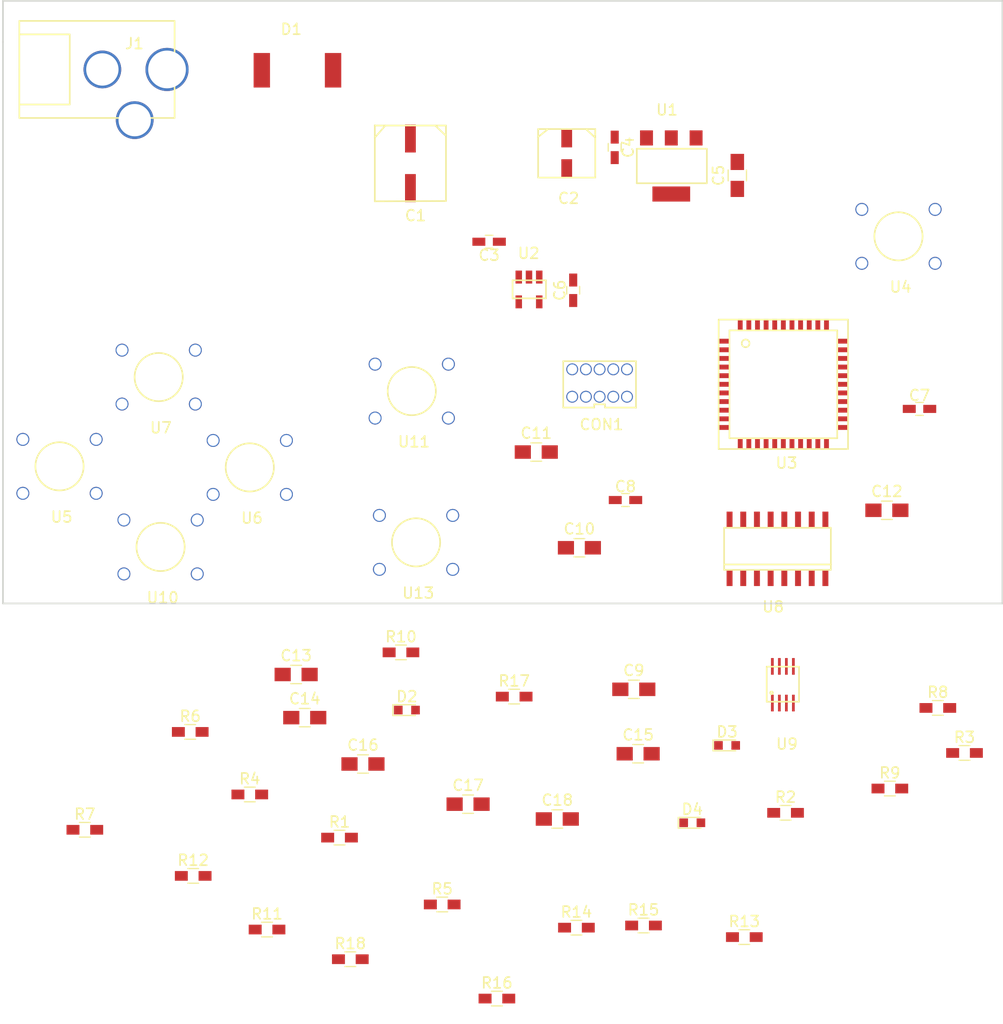
<source format=kicad_pcb>
(kicad_pcb (version 4) (host pcbnew 4.0.6)

  (general
    (links 135)
    (no_connects 135)
    (area 100.254999 86.284999 193.115001 142.315001)
    (thickness 1.6)
    (drawings 5)
    (tracks 0)
    (zones 0)
    (modules 54)
    (nets 32)
  )

  (page A4)
  (layers
    (0 F.Cu signal)
    (31 B.Cu signal)
    (32 B.Adhes user)
    (33 F.Adhes user)
    (34 B.Paste user)
    (35 F.Paste user)
    (36 B.SilkS user)
    (37 F.SilkS user)
    (38 B.Mask user)
    (39 F.Mask user)
    (40 Dwgs.User user)
    (41 Cmts.User user)
    (42 Eco1.User user)
    (43 Eco2.User user)
    (44 Edge.Cuts user)
    (45 Margin user)
    (46 B.CrtYd user)
    (47 F.CrtYd user)
    (48 B.Fab user)
    (49 F.Fab user)
  )

  (setup
    (last_trace_width 0.25)
    (trace_clearance 0.2)
    (zone_clearance 0.508)
    (zone_45_only no)
    (trace_min 0.2)
    (segment_width 0.2)
    (edge_width 0.15)
    (via_size 0.6)
    (via_drill 0.4)
    (via_min_size 0.4)
    (via_min_drill 0.3)
    (uvia_size 0.3)
    (uvia_drill 0.1)
    (uvias_allowed no)
    (uvia_min_size 0.2)
    (uvia_min_drill 0.1)
    (pcb_text_width 0.3)
    (pcb_text_size 1.5 1.5)
    (mod_edge_width 0.15)
    (mod_text_size 1 1)
    (mod_text_width 0.15)
    (pad_size 1.524 1.524)
    (pad_drill 0.762)
    (pad_to_mask_clearance 0.2)
    (aux_axis_origin 0 0)
    (visible_elements 7FFFFFFF)
    (pcbplotparams
      (layerselection 0x00030_80000001)
      (usegerberextensions false)
      (excludeedgelayer true)
      (linewidth 0.100000)
      (plotframeref false)
      (viasonmask false)
      (mode 1)
      (useauxorigin false)
      (hpglpennumber 1)
      (hpglpenspeed 20)
      (hpglpendiameter 15)
      (hpglpenoverlay 2)
      (psnegative false)
      (psa4output false)
      (plotreference true)
      (plotvalue true)
      (plotinvisibletext false)
      (padsonsilk false)
      (subtractmaskfromsilk false)
      (outputformat 1)
      (mirror false)
      (drillshape 1)
      (scaleselection 1)
      (outputdirectory ""))
  )

  (net 0 "")
  (net 1 GND)
  (net 2 +3V3)
  (net 3 /VDC_IN)
  (net 4 +5V)
  (net 5 "Net-(D1-Pad1)")
  (net 6 "Net-(C7-Pad1)")
  (net 7 "Net-(C8-Pad1)")
  (net 8 "Net-(C9-Pad1)")
  (net 9 "Net-(C14-Pad1)")
  (net 10 /MOSI)
  (net 11 /MIC_RST)
  (net 12 /SCK)
  (net 13 /MISO)
  (net 14 "Net-(D2-Pad2)")
  (net 15 "Net-(D3-Pad2)")
  (net 16 "Net-(D4-Pad2)")
  (net 17 /CAM_XCLK)
  (net 18 "Net-(R1-Pad2)")
  (net 19 /CTRL_LEFT)
  (net 20 /CTRL_RIGHT)
  (net 21 /CTRL_UP)
  (net 22 /5V_SDA)
  (net 23 /5V_SCL)
  (net 24 /CTRL_DOWN)
  (net 25 /CTRL_BTN1)
  (net 26 /CTRL_BTN2)
  (net 27 /3V3_SCL)
  (net 28 /3V3_SDA)
  (net 29 /P_S_CLK)
  (net 30 /SERIAL_IN)
  (net 31 /P_S_CTRL)

  (net_class Default "This is the default net class."
    (clearance 0.2)
    (trace_width 0.25)
    (via_dia 0.6)
    (via_drill 0.4)
    (uvia_dia 0.3)
    (uvia_drill 0.1)
    (add_net +3V3)
    (add_net +5V)
    (add_net /3V3_SCL)
    (add_net /3V3_SDA)
    (add_net /5V_SCL)
    (add_net /5V_SDA)
    (add_net /CAM_XCLK)
    (add_net /CTRL_BTN1)
    (add_net /CTRL_BTN2)
    (add_net /CTRL_DOWN)
    (add_net /CTRL_LEFT)
    (add_net /CTRL_RIGHT)
    (add_net /CTRL_UP)
    (add_net /MIC_RST)
    (add_net /MISO)
    (add_net /MOSI)
    (add_net /P_S_CLK)
    (add_net /P_S_CTRL)
    (add_net /SCK)
    (add_net /SERIAL_IN)
    (add_net /VDC_IN)
    (add_net GND)
    (add_net "Net-(C14-Pad1)")
    (add_net "Net-(C7-Pad1)")
    (add_net "Net-(C8-Pad1)")
    (add_net "Net-(C9-Pad1)")
    (add_net "Net-(D1-Pad1)")
    (add_net "Net-(D2-Pad2)")
    (add_net "Net-(D3-Pad2)")
    (add_net "Net-(D4-Pad2)")
    (add_net "Net-(R1-Pad2)")
  )

  (module MyLibraries:IFX1117ME_V33 (layer F.Cu) (tedit 59135E38) (tstamp 59135F69)
    (at 162.325 99.075 180)
    (path /59135F80)
    (fp_text reference U1 (at 0.4 2.6 180) (layer F.SilkS)
      (effects (font (size 1 1) (thickness 0.15)))
    )
    (fp_text value IFX1117ME_V33 (at 0.4 -8 180) (layer F.Fab)
      (effects (font (size 1 1) (thickness 0.15)))
    )
    (fp_line (start -3.3 -1) (end 3.2 -1) (layer F.SilkS) (width 0.15))
    (fp_line (start 3.2 -1) (end 3.2 -4.2) (layer F.SilkS) (width 0.15))
    (fp_line (start -3.3 -1) (end -3.3 -4.2) (layer F.SilkS) (width 0.15))
    (fp_line (start -3.3 -4.2) (end 3.2 -4.2) (layer F.SilkS) (width 0.15))
    (pad 1 smd rect (at -2.3 0 180) (size 1.2 1.4) (layers F.Cu F.Paste F.Mask)
      (net 1 GND))
    (pad 2 smd rect (at 0 0 180) (size 1.2 1.4) (layers F.Cu F.Paste F.Mask)
      (net 2 +3V3))
    (pad 3 smd rect (at 2.3 0 180) (size 1.2 1.4) (layers F.Cu F.Paste F.Mask)
      (net 3 /VDC_IN))
    (pad 4 smd rect (at 0 -5.2 180) (size 3.5 1.4) (layers F.Cu F.Paste F.Mask)
      (net 2 +3V3))
  )

  (module MyLibraries:UWT1E470MCL6GS (layer F.Cu) (tedit 59143717) (tstamp 59144F15)
    (at 138.125 99.125)
    (path /591435A8)
    (fp_text reference C1 (at 0.475 7.15) (layer F.SilkS)
      (effects (font (size 1 1) (thickness 0.15)))
    )
    (fp_text value 47u (at 0.05 -2.6) (layer F.Fab)
      (effects (font (size 1 1) (thickness 0.15)))
    )
    (fp_line (start -2.325 -1.2) (end -3.3 -0.075) (layer F.SilkS) (width 0.15))
    (fp_line (start 2.3 -1.2) (end 3.3 -0.25) (layer F.SilkS) (width 0.15))
    (fp_line (start 0 -1.2) (end -3.3 -1.2) (layer F.SilkS) (width 0.15))
    (fp_line (start 0 -1.2) (end 3.3 -1.2) (layer F.SilkS) (width 0.15))
    (fp_line (start 3.3 -1.2) (end 3.3 5.8) (layer F.SilkS) (width 0.15))
    (fp_line (start 3.3 5.8) (end -3.3 5.825) (layer F.SilkS) (width 0.15))
    (fp_line (start -3.3 5.825) (end -3.3 -1.225) (layer F.SilkS) (width 0.15))
    (pad 1 smd rect (at 0 0) (size 1 2.6) (layers F.Cu F.Paste F.Mask)
      (net 3 /VDC_IN))
    (pad 2 smd rect (at 0 4.6) (size 1 2.6) (layers F.Cu F.Paste F.Mask)
      (net 1 GND))
  )

  (module MyLibraries:UWX1E100MCL1GB (layer F.Cu) (tedit 59144B24) (tstamp 59144F23)
    (at 152.625 99.1)
    (path /59131DB6)
    (fp_text reference C2 (at 0.175 5.575) (layer F.SilkS)
      (effects (font (size 1 1) (thickness 0.15)))
    )
    (fp_text value 10u (at 0 -2.375) (layer F.Fab)
      (effects (font (size 1 1) (thickness 0.15)))
    )
    (fp_line (start -2.675 -0.1) (end -1.725 -0.85) (layer F.SilkS) (width 0.15))
    (fp_line (start 1.775 -0.85) (end 2.65 -0.05) (layer F.SilkS) (width 0.15))
    (fp_line (start 0 3.65) (end 2.65 3.65) (layer F.SilkS) (width 0.15))
    (fp_line (start 2.65 3.65) (end 2.65 -0.85) (layer F.SilkS) (width 0.15))
    (fp_line (start 0 -0.85) (end 2.65 -0.85) (layer F.SilkS) (width 0.15))
    (fp_line (start 0 3.65) (end -2.65 3.65) (layer F.SilkS) (width 0.15))
    (fp_line (start -2.65 3.65) (end -2.65 -0.85) (layer F.SilkS) (width 0.15))
    (fp_line (start 0 -0.85) (end -2.65 -0.85) (layer F.SilkS) (width 0.15))
    (pad 1 smd rect (at 0 0) (size 1 1.7) (layers F.Cu F.Paste F.Mask)
      (net 3 /VDC_IN))
    (pad 2 smd rect (at 0 2.8) (size 1 1.7) (layers F.Cu F.Paste F.Mask)
      (net 1 GND))
  )

  (module Capacitors_SMD:C_0603_HandSoldering (layer F.Cu) (tedit 58AA848B) (tstamp 59144F29)
    (at 145.425 108.7 180)
    (descr "Capacitor SMD 0603, hand soldering")
    (tags "capacitor 0603")
    (path /59132A11)
    (attr smd)
    (fp_text reference C3 (at 0 -1.25 180) (layer F.SilkS)
      (effects (font (size 1 1) (thickness 0.15)))
    )
    (fp_text value 1u (at 0 1.5 180) (layer F.Fab)
      (effects (font (size 1 1) (thickness 0.15)))
    )
    (fp_text user %R (at 0 -1.25 180) (layer F.Fab)
      (effects (font (size 1 1) (thickness 0.15)))
    )
    (fp_line (start -0.8 0.4) (end -0.8 -0.4) (layer F.Fab) (width 0.1))
    (fp_line (start 0.8 0.4) (end -0.8 0.4) (layer F.Fab) (width 0.1))
    (fp_line (start 0.8 -0.4) (end 0.8 0.4) (layer F.Fab) (width 0.1))
    (fp_line (start -0.8 -0.4) (end 0.8 -0.4) (layer F.Fab) (width 0.1))
    (fp_line (start -0.35 -0.6) (end 0.35 -0.6) (layer F.SilkS) (width 0.12))
    (fp_line (start 0.35 0.6) (end -0.35 0.6) (layer F.SilkS) (width 0.12))
    (fp_line (start -1.8 -0.65) (end 1.8 -0.65) (layer F.CrtYd) (width 0.05))
    (fp_line (start -1.8 -0.65) (end -1.8 0.65) (layer F.CrtYd) (width 0.05))
    (fp_line (start 1.8 0.65) (end 1.8 -0.65) (layer F.CrtYd) (width 0.05))
    (fp_line (start 1.8 0.65) (end -1.8 0.65) (layer F.CrtYd) (width 0.05))
    (pad 1 smd rect (at -0.95 0 180) (size 1.2 0.75) (layers F.Cu F.Paste F.Mask)
      (net 3 /VDC_IN))
    (pad 2 smd rect (at 0.95 0 180) (size 1.2 0.75) (layers F.Cu F.Paste F.Mask)
      (net 1 GND))
    (model Capacitors_SMD.3dshapes/C_0603.wrl
      (at (xyz 0 0 0))
      (scale (xyz 1 1 1))
      (rotate (xyz 0 0 0))
    )
  )

  (module Capacitors_SMD:C_0603_HandSoldering (layer F.Cu) (tedit 58AA848B) (tstamp 59144F2F)
    (at 157.075 99.95 270)
    (descr "Capacitor SMD 0603, hand soldering")
    (tags "capacitor 0603")
    (path /59130966)
    (attr smd)
    (fp_text reference C4 (at 0 -1.25 270) (layer F.SilkS)
      (effects (font (size 1 1) (thickness 0.15)))
    )
    (fp_text value 100n (at 0 1.5 270) (layer F.Fab)
      (effects (font (size 1 1) (thickness 0.15)))
    )
    (fp_text user %R (at 0 -1.25 270) (layer F.Fab)
      (effects (font (size 1 1) (thickness 0.15)))
    )
    (fp_line (start -0.8 0.4) (end -0.8 -0.4) (layer F.Fab) (width 0.1))
    (fp_line (start 0.8 0.4) (end -0.8 0.4) (layer F.Fab) (width 0.1))
    (fp_line (start 0.8 -0.4) (end 0.8 0.4) (layer F.Fab) (width 0.1))
    (fp_line (start -0.8 -0.4) (end 0.8 -0.4) (layer F.Fab) (width 0.1))
    (fp_line (start -0.35 -0.6) (end 0.35 -0.6) (layer F.SilkS) (width 0.12))
    (fp_line (start 0.35 0.6) (end -0.35 0.6) (layer F.SilkS) (width 0.12))
    (fp_line (start -1.8 -0.65) (end 1.8 -0.65) (layer F.CrtYd) (width 0.05))
    (fp_line (start -1.8 -0.65) (end -1.8 0.65) (layer F.CrtYd) (width 0.05))
    (fp_line (start 1.8 0.65) (end 1.8 -0.65) (layer F.CrtYd) (width 0.05))
    (fp_line (start 1.8 0.65) (end -1.8 0.65) (layer F.CrtYd) (width 0.05))
    (pad 1 smd rect (at -0.95 0 270) (size 1.2 0.75) (layers F.Cu F.Paste F.Mask)
      (net 3 /VDC_IN))
    (pad 2 smd rect (at 0.95 0 270) (size 1.2 0.75) (layers F.Cu F.Paste F.Mask)
      (net 1 GND))
    (model Capacitors_SMD.3dshapes/C_0603.wrl
      (at (xyz 0 0 0))
      (scale (xyz 1 1 1))
      (rotate (xyz 0 0 0))
    )
  )

  (module Capacitors_SMD:C_0805_HandSoldering (layer F.Cu) (tedit 58AA84A8) (tstamp 59144F35)
    (at 168.45 102.55 90)
    (descr "Capacitor SMD 0805, hand soldering")
    (tags "capacitor 0805")
    (path /591333B2)
    (attr smd)
    (fp_text reference C5 (at 0 -1.75 90) (layer F.SilkS)
      (effects (font (size 1 1) (thickness 0.15)))
    )
    (fp_text value 22u (at 0 1.75 90) (layer F.Fab)
      (effects (font (size 1 1) (thickness 0.15)))
    )
    (fp_text user %R (at 0 -1.75 90) (layer F.Fab)
      (effects (font (size 1 1) (thickness 0.15)))
    )
    (fp_line (start -1 0.62) (end -1 -0.62) (layer F.Fab) (width 0.1))
    (fp_line (start 1 0.62) (end -1 0.62) (layer F.Fab) (width 0.1))
    (fp_line (start 1 -0.62) (end 1 0.62) (layer F.Fab) (width 0.1))
    (fp_line (start -1 -0.62) (end 1 -0.62) (layer F.Fab) (width 0.1))
    (fp_line (start 0.5 -0.85) (end -0.5 -0.85) (layer F.SilkS) (width 0.12))
    (fp_line (start -0.5 0.85) (end 0.5 0.85) (layer F.SilkS) (width 0.12))
    (fp_line (start -2.25 -0.88) (end 2.25 -0.88) (layer F.CrtYd) (width 0.05))
    (fp_line (start -2.25 -0.88) (end -2.25 0.87) (layer F.CrtYd) (width 0.05))
    (fp_line (start 2.25 0.87) (end 2.25 -0.88) (layer F.CrtYd) (width 0.05))
    (fp_line (start 2.25 0.87) (end -2.25 0.87) (layer F.CrtYd) (width 0.05))
    (pad 1 smd rect (at -1.25 0 90) (size 1.5 1.25) (layers F.Cu F.Paste F.Mask)
      (net 2 +3V3))
    (pad 2 smd rect (at 1.25 0 90) (size 1.5 1.25) (layers F.Cu F.Paste F.Mask)
      (net 1 GND))
    (model Capacitors_SMD.3dshapes/C_0805.wrl
      (at (xyz 0 0 0))
      (scale (xyz 1 1 1))
      (rotate (xyz 0 0 0))
    )
  )

  (module Capacitors_SMD:C_0603_HandSoldering (layer F.Cu) (tedit 58AA848B) (tstamp 59144F3B)
    (at 153.225 113.2 90)
    (descr "Capacitor SMD 0603, hand soldering")
    (tags "capacitor 0603")
    (path /591328BE)
    (attr smd)
    (fp_text reference C6 (at 0 -1.25 90) (layer F.SilkS)
      (effects (font (size 1 1) (thickness 0.15)))
    )
    (fp_text value 2.2u (at 0 1.5 90) (layer F.Fab)
      (effects (font (size 1 1) (thickness 0.15)))
    )
    (fp_text user %R (at 0 -1.25 90) (layer F.Fab)
      (effects (font (size 1 1) (thickness 0.15)))
    )
    (fp_line (start -0.8 0.4) (end -0.8 -0.4) (layer F.Fab) (width 0.1))
    (fp_line (start 0.8 0.4) (end -0.8 0.4) (layer F.Fab) (width 0.1))
    (fp_line (start 0.8 -0.4) (end 0.8 0.4) (layer F.Fab) (width 0.1))
    (fp_line (start -0.8 -0.4) (end 0.8 -0.4) (layer F.Fab) (width 0.1))
    (fp_line (start -0.35 -0.6) (end 0.35 -0.6) (layer F.SilkS) (width 0.12))
    (fp_line (start 0.35 0.6) (end -0.35 0.6) (layer F.SilkS) (width 0.12))
    (fp_line (start -1.8 -0.65) (end 1.8 -0.65) (layer F.CrtYd) (width 0.05))
    (fp_line (start -1.8 -0.65) (end -1.8 0.65) (layer F.CrtYd) (width 0.05))
    (fp_line (start 1.8 0.65) (end 1.8 -0.65) (layer F.CrtYd) (width 0.05))
    (fp_line (start 1.8 0.65) (end -1.8 0.65) (layer F.CrtYd) (width 0.05))
    (pad 1 smd rect (at -0.95 0 90) (size 1.2 0.75) (layers F.Cu F.Paste F.Mask)
      (net 4 +5V))
    (pad 2 smd rect (at 0.95 0 90) (size 1.2 0.75) (layers F.Cu F.Paste F.Mask)
      (net 1 GND))
    (model Capacitors_SMD.3dshapes/C_0603.wrl
      (at (xyz 0 0 0))
      (scale (xyz 1 1 1))
      (rotate (xyz 0 0 0))
    )
  )

  (module MyLibraries:CS3M (layer F.Cu) (tedit 591417E1) (tstamp 59144F41)
    (at 130.95 92.8 180)
    (path /591418FD)
    (fp_text reference D1 (at 3.875 3.8 180) (layer F.SilkS)
      (effects (font (size 1 1) (thickness 0.15)))
    )
    (fp_text value CS3M (at 3.75 -3.625 180) (layer F.Fab)
      (effects (font (size 1 1) (thickness 0.15)))
    )
    (pad 2 smd rect (at 0 0 180) (size 1.52 3.2) (layers F.Cu F.Paste F.Mask)
      (net 3 /VDC_IN))
    (pad 1 smd rect (at 6.61 0 180) (size 1.52 3.2) (layers F.Cu F.Paste F.Mask)
      (net 5 "Net-(D1-Pad1)"))
  )

  (module MyLibraries:PJ-002B (layer F.Cu) (tedit 5914163D) (tstamp 59144F50)
    (at 112.55 92.725 180)
    (path /5912CACA)
    (fp_text reference J1 (at 0.025 2.4 180) (layer F.SilkS)
      (effects (font (size 1 1) (thickness 0.15)))
    )
    (fp_text value BARREL_JACK (at 0 -2.8 180) (layer F.Fab)
      (effects (font (size 1 1) (thickness 0.15)))
    )
    (fp_line (start 10.675 -3.25) (end 6.025 -3.25) (layer F.SilkS) (width 0.15))
    (fp_line (start 6.025 -3.25) (end 6.025 3.25) (layer F.SilkS) (width 0.15))
    (fp_line (start 6.025 3.25) (end 10.7 3.25) (layer F.SilkS) (width 0.15))
    (fp_line (start 10.7 0) (end 10.7 -4.5) (layer F.SilkS) (width 0.15))
    (fp_line (start 10.7 -4.5) (end -3.7 -4.5) (layer F.SilkS) (width 0.15))
    (fp_line (start -3.7 -4.5) (end -3.7 4.5) (layer F.SilkS) (width 0.15))
    (fp_line (start -3.7 4.5) (end 10.7 4.5) (layer F.SilkS) (width 0.15))
    (fp_line (start 10.7 4.5) (end 10.7 0) (layer F.SilkS) (width 0.15))
    (pad 1 thru_hole circle (at -3 0 180) (size 4 4) (drill 3.5) (layers *.Cu *.Mask)
      (net 5 "Net-(D1-Pad1)"))
    (pad 2 thru_hole circle (at 3 0 180) (size 3.5 3.5) (drill 3) (layers *.Cu *.Mask)
      (net 1 GND))
    (pad 3 thru_hole circle (at 0 -4.7 180) (size 3.5 3.5) (drill 3) (layers *.Cu *.Mask)
      (net 1 GND))
  )

  (module MyLibraries:LD2980ABM50TR (layer F.Cu) (tedit 591410C9) (tstamp 59144F5D)
    (at 149.125 111.975 180)
    (path /59135FEA)
    (fp_text reference U2 (at 0.025 2.2 180) (layer F.SilkS)
      (effects (font (size 1 1) (thickness 0.15)))
    )
    (fp_text value LD2980ABM50TR (at 0.05 -3.925 180) (layer F.Fab)
      (effects (font (size 1 1) (thickness 0.15)))
    )
    (fp_line (start -1.575 -0.3) (end -1.575 -1.975) (layer F.SilkS) (width 0.15))
    (fp_line (start -1.575 -1.975) (end 1.525 -1.975) (layer F.SilkS) (width 0.15))
    (fp_line (start 1.525 -1.975) (end 1.525 -0.3) (layer F.SilkS) (width 0.15))
    (fp_line (start 1.525 -0.3) (end -1.575 -0.3) (layer F.SilkS) (width 0.15))
    (pad 2 smd rect (at 0 0 180) (size 0.6 1.2) (layers F.Cu F.Paste F.Mask)
      (net 1 GND))
    (pad 1 smd rect (at -0.95 0 180) (size 0.6 1.2) (layers F.Cu F.Paste F.Mask)
      (net 3 /VDC_IN))
    (pad 3 smd rect (at 0.95 0 180) (size 0.6 1.2) (layers F.Cu F.Paste F.Mask)
      (net 3 /VDC_IN))
    (pad 5 smd rect (at -0.95 -2.3 180) (size 0.6 1.2) (layers F.Cu F.Paste F.Mask)
      (net 4 +5V))
    (pad 4 smd rect (at 0.95 -2.3 180) (size 0.6 1.2) (layers F.Cu F.Paste F.Mask))
  )

  (module MyLibraries:ATMEGA16A-AU (layer F.Cu) (tedit 59182F7C) (tstamp 59184311)
    (at 172.72 121.92)
    (path /591AA20B)
    (fp_text reference U3 (at 0.3 7.3) (layer F.SilkS)
      (effects (font (size 1 1) (thickness 0.15)))
    )
    (fp_text value ATMEGA16A-AU (at 0.5 -7) (layer F.Fab)
      (effects (font (size 1 1) (thickness 0.15)))
    )
    (fp_line (start -5 -5) (end 5 -5) (layer F.SilkS) (width 0.15))
    (fp_line (start 5 -5) (end 5 5) (layer F.SilkS) (width 0.15))
    (fp_line (start 5 5) (end -5 5) (layer F.SilkS) (width 0.15))
    (fp_line (start -5 5) (end -5 -5) (layer F.SilkS) (width 0.15))
    (fp_circle (center -3.5 -3.8) (end -3.2 -3.6) (layer F.SilkS) (width 0.15))
    (fp_line (start -6 6) (end -6 -6) (layer F.SilkS) (width 0.15))
    (fp_line (start -6 -6) (end 6 -6) (layer F.SilkS) (width 0.15))
    (fp_line (start 6 -6) (end 6 6) (layer F.SilkS) (width 0.15))
    (fp_line (start 6 6) (end -6 6) (layer F.SilkS) (width 0.15))
    (pad 28 smd rect (at 5.5 0) (size 1.1 0.45) (layers F.Cu F.Paste F.Mask)
      (net 1 GND))
    (pad 29 smd rect (at 5.5 -0.8) (size 1.1 0.45) (layers F.Cu F.Paste F.Mask)
      (net 8 "Net-(C9-Pad1)"))
    (pad 30 smd rect (at 5.5 -1.6) (size 1.1 0.45) (layers F.Cu F.Paste F.Mask))
    (pad 31 smd rect (at 5.5 -2.4) (size 1.1 0.45) (layers F.Cu F.Paste F.Mask))
    (pad 32 smd rect (at 5.5 -3.2) (size 1.1 0.45) (layers F.Cu F.Paste F.Mask))
    (pad 33 smd rect (at 5.5 -4) (size 1.1 0.45) (layers F.Cu F.Paste F.Mask))
    (pad 27 smd rect (at 5.5 0.8) (size 1.1 0.45) (layers F.Cu F.Paste F.Mask)
      (net 2 +3V3))
    (pad 26 smd rect (at 5.5 1.6) (size 1.1 0.45) (layers F.Cu F.Paste F.Mask))
    (pad 25 smd rect (at 5.5 2.4) (size 1.1 0.45) (layers F.Cu F.Paste F.Mask))
    (pad 24 smd rect (at 5.5 3.2) (size 1.1 0.45) (layers F.Cu F.Paste F.Mask))
    (pad 23 smd rect (at 5.5 4) (size 1.1 0.45) (layers F.Cu F.Paste F.Mask))
    (pad 17 smd rect (at 0 5.5) (size 0.45 1.1) (layers F.Cu F.Paste F.Mask)
      (net 2 +3V3))
    (pad 18 smd rect (at 0.8 5.5) (size 0.45 1.1) (layers F.Cu F.Paste F.Mask)
      (net 1 GND))
    (pad 19 smd rect (at 1.6 5.5) (size 0.45 1.1) (layers F.Cu F.Paste F.Mask)
      (net 27 /3V3_SCL))
    (pad 20 smd rect (at 2.4 5.5) (size 0.45 1.1) (layers F.Cu F.Paste F.Mask)
      (net 28 /3V3_SDA))
    (pad 21 smd rect (at 3.2 5.5) (size 0.45 1.1) (layers F.Cu F.Paste F.Mask))
    (pad 22 smd rect (at 4 5.5) (size 0.45 1.1) (layers F.Cu F.Paste F.Mask))
    (pad 16 smd rect (at -0.8 5.5) (size 0.45 1.1) (layers F.Cu F.Paste F.Mask))
    (pad 15 smd rect (at -1.6 5.5) (size 0.45 1.1) (layers F.Cu F.Paste F.Mask))
    (pad 14 smd rect (at -2.4 5.5) (size 0.45 1.1) (layers F.Cu F.Paste F.Mask)
      (net 29 /P_S_CLK))
    (pad 13 smd rect (at -3.2 5.5) (size 0.45 1.1) (layers F.Cu F.Paste F.Mask))
    (pad 12 smd rect (at -4 5.5) (size 0.45 1.1) (layers F.Cu F.Paste F.Mask))
    (pad 39 smd rect (at 0 -5.5) (size 0.45 1.1) (layers F.Cu F.Paste F.Mask)
      (net 1 GND))
    (pad 38 smd rect (at 0.8 -5.5) (size 0.45 1.1) (layers F.Cu F.Paste F.Mask)
      (net 2 +3V3))
    (pad 37 smd rect (at 1.6 -5.5) (size 0.45 1.1) (layers F.Cu F.Paste F.Mask))
    (pad 36 smd rect (at 2.4 -5.5) (size 0.45 1.1) (layers F.Cu F.Paste F.Mask))
    (pad 35 smd rect (at 3.2 -5.5) (size 0.45 1.1) (layers F.Cu F.Paste F.Mask))
    (pad 34 smd rect (at 4 -5.5) (size 0.45 1.1) (layers F.Cu F.Paste F.Mask))
    (pad 40 smd rect (at -0.8 -5.5) (size 0.45 1.1) (layers F.Cu F.Paste F.Mask)
      (net 30 /SERIAL_IN))
    (pad 41 smd rect (at -1.6 -5.5) (size 0.45 1.1) (layers F.Cu F.Paste F.Mask)
      (net 31 /P_S_CTRL))
    (pad 42 smd rect (at -2.4 -5.5) (size 0.45 1.1) (layers F.Cu F.Paste F.Mask))
    (pad 43 smd rect (at -3.2 -5.5) (size 0.45 1.1) (layers F.Cu F.Paste F.Mask)
      (net 18 "Net-(R1-Pad2)"))
    (pad 44 smd rect (at -4 -5.5) (size 0.45 1.1) (layers F.Cu F.Paste F.Mask))
    (pad 6 smd rect (at -5.5 0) (size 1.1 0.45) (layers F.Cu F.Paste F.Mask)
      (net 1 GND))
    (pad 5 smd rect (at -5.5 -0.8) (size 1.1 0.45) (layers F.Cu F.Paste F.Mask)
      (net 2 +3V3))
    (pad 4 smd rect (at -5.5 -1.6) (size 1.1 0.45) (layers F.Cu F.Paste F.Mask)
      (net 11 /MIC_RST))
    (pad 3 smd rect (at -5.5 -2.4) (size 1.1 0.45) (layers F.Cu F.Paste F.Mask)
      (net 12 /SCK))
    (pad 2 smd rect (at -5.5 -3.2) (size 1.1 0.45) (layers F.Cu F.Paste F.Mask)
      (net 13 /MISO))
    (pad 1 smd rect (at -5.5 -4) (size 1.1 0.45) (layers F.Cu F.Paste F.Mask)
      (net 10 /MOSI))
    (pad 7 smd rect (at -5.5 0.8) (size 1.1 0.45) (layers F.Cu F.Paste F.Mask)
      (net 6 "Net-(C7-Pad1)"))
    (pad 8 smd rect (at -5.5 1.6) (size 1.1 0.45) (layers F.Cu F.Paste F.Mask)
      (net 7 "Net-(C8-Pad1)"))
    (pad 9 smd rect (at -5.5 2.4) (size 1.1 0.45) (layers F.Cu F.Paste F.Mask))
    (pad 10 smd rect (at -5.5 3.2) (size 1.1 0.45) (layers F.Cu F.Paste F.Mask))
    (pad 11 smd rect (at -5.5 4) (size 1.1 0.45) (layers F.Cu F.Paste F.Mask))
  )

  (module Capacitors_SMD:C_0603_HandSoldering (layer F.Cu) (tedit 58AA848B) (tstamp 591B14FB)
    (at 185.35 124.2)
    (descr "Capacitor SMD 0603, hand soldering")
    (tags "capacitor 0603")
    (path /59187C05)
    (attr smd)
    (fp_text reference C7 (at 0 -1.25) (layer F.SilkS)
      (effects (font (size 1 1) (thickness 0.15)))
    )
    (fp_text value 12p (at 0 1.5) (layer F.Fab)
      (effects (font (size 1 1) (thickness 0.15)))
    )
    (fp_text user %R (at 0 -1.25) (layer F.Fab)
      (effects (font (size 1 1) (thickness 0.15)))
    )
    (fp_line (start -0.8 0.4) (end -0.8 -0.4) (layer F.Fab) (width 0.1))
    (fp_line (start 0.8 0.4) (end -0.8 0.4) (layer F.Fab) (width 0.1))
    (fp_line (start 0.8 -0.4) (end 0.8 0.4) (layer F.Fab) (width 0.1))
    (fp_line (start -0.8 -0.4) (end 0.8 -0.4) (layer F.Fab) (width 0.1))
    (fp_line (start -0.35 -0.6) (end 0.35 -0.6) (layer F.SilkS) (width 0.12))
    (fp_line (start 0.35 0.6) (end -0.35 0.6) (layer F.SilkS) (width 0.12))
    (fp_line (start -1.8 -0.65) (end 1.8 -0.65) (layer F.CrtYd) (width 0.05))
    (fp_line (start -1.8 -0.65) (end -1.8 0.65) (layer F.CrtYd) (width 0.05))
    (fp_line (start 1.8 0.65) (end 1.8 -0.65) (layer F.CrtYd) (width 0.05))
    (fp_line (start 1.8 0.65) (end -1.8 0.65) (layer F.CrtYd) (width 0.05))
    (pad 1 smd rect (at -0.95 0) (size 1.2 0.75) (layers F.Cu F.Paste F.Mask)
      (net 6 "Net-(C7-Pad1)"))
    (pad 2 smd rect (at 0.95 0) (size 1.2 0.75) (layers F.Cu F.Paste F.Mask)
      (net 1 GND))
    (model Capacitors_SMD.3dshapes/C_0603.wrl
      (at (xyz 0 0 0))
      (scale (xyz 1 1 1))
      (rotate (xyz 0 0 0))
    )
  )

  (module Capacitors_SMD:C_0603_HandSoldering (layer F.Cu) (tedit 58AA848B) (tstamp 591B1501)
    (at 158.075 132.65)
    (descr "Capacitor SMD 0603, hand soldering")
    (tags "capacitor 0603")
    (path /59187CB3)
    (attr smd)
    (fp_text reference C8 (at 0 -1.25) (layer F.SilkS)
      (effects (font (size 1 1) (thickness 0.15)))
    )
    (fp_text value 12p (at 0 1.5) (layer F.Fab)
      (effects (font (size 1 1) (thickness 0.15)))
    )
    (fp_text user %R (at 0 -1.25) (layer F.Fab)
      (effects (font (size 1 1) (thickness 0.15)))
    )
    (fp_line (start -0.8 0.4) (end -0.8 -0.4) (layer F.Fab) (width 0.1))
    (fp_line (start 0.8 0.4) (end -0.8 0.4) (layer F.Fab) (width 0.1))
    (fp_line (start 0.8 -0.4) (end 0.8 0.4) (layer F.Fab) (width 0.1))
    (fp_line (start -0.8 -0.4) (end 0.8 -0.4) (layer F.Fab) (width 0.1))
    (fp_line (start -0.35 -0.6) (end 0.35 -0.6) (layer F.SilkS) (width 0.12))
    (fp_line (start 0.35 0.6) (end -0.35 0.6) (layer F.SilkS) (width 0.12))
    (fp_line (start -1.8 -0.65) (end 1.8 -0.65) (layer F.CrtYd) (width 0.05))
    (fp_line (start -1.8 -0.65) (end -1.8 0.65) (layer F.CrtYd) (width 0.05))
    (fp_line (start 1.8 0.65) (end 1.8 -0.65) (layer F.CrtYd) (width 0.05))
    (fp_line (start 1.8 0.65) (end -1.8 0.65) (layer F.CrtYd) (width 0.05))
    (pad 1 smd rect (at -0.95 0) (size 1.2 0.75) (layers F.Cu F.Paste F.Mask)
      (net 7 "Net-(C8-Pad1)"))
    (pad 2 smd rect (at 0.95 0) (size 1.2 0.75) (layers F.Cu F.Paste F.Mask)
      (net 1 GND))
    (model Capacitors_SMD.3dshapes/C_0603.wrl
      (at (xyz 0 0 0))
      (scale (xyz 1 1 1))
      (rotate (xyz 0 0 0))
    )
  )

  (module Capacitors_SMD:C_0805_HandSoldering (layer F.Cu) (tedit 58AA84A8) (tstamp 591B1507)
    (at 158.85 150.2)
    (descr "Capacitor SMD 0805, hand soldering")
    (tags "capacitor 0805")
    (path /591C1D87)
    (attr smd)
    (fp_text reference C9 (at 0 -1.75) (layer F.SilkS)
      (effects (font (size 1 1) (thickness 0.15)))
    )
    (fp_text value 100n (at 0 1.75) (layer F.Fab)
      (effects (font (size 1 1) (thickness 0.15)))
    )
    (fp_text user %R (at 0 -1.75) (layer F.Fab)
      (effects (font (size 1 1) (thickness 0.15)))
    )
    (fp_line (start -1 0.62) (end -1 -0.62) (layer F.Fab) (width 0.1))
    (fp_line (start 1 0.62) (end -1 0.62) (layer F.Fab) (width 0.1))
    (fp_line (start 1 -0.62) (end 1 0.62) (layer F.Fab) (width 0.1))
    (fp_line (start -1 -0.62) (end 1 -0.62) (layer F.Fab) (width 0.1))
    (fp_line (start 0.5 -0.85) (end -0.5 -0.85) (layer F.SilkS) (width 0.12))
    (fp_line (start -0.5 0.85) (end 0.5 0.85) (layer F.SilkS) (width 0.12))
    (fp_line (start -2.25 -0.88) (end 2.25 -0.88) (layer F.CrtYd) (width 0.05))
    (fp_line (start -2.25 -0.88) (end -2.25 0.87) (layer F.CrtYd) (width 0.05))
    (fp_line (start 2.25 0.87) (end 2.25 -0.88) (layer F.CrtYd) (width 0.05))
    (fp_line (start 2.25 0.87) (end -2.25 0.87) (layer F.CrtYd) (width 0.05))
    (pad 1 smd rect (at -1.25 0) (size 1.5 1.25) (layers F.Cu F.Paste F.Mask)
      (net 8 "Net-(C9-Pad1)"))
    (pad 2 smd rect (at 1.25 0) (size 1.5 1.25) (layers F.Cu F.Paste F.Mask)
      (net 1 GND))
    (model Capacitors_SMD.3dshapes/C_0805.wrl
      (at (xyz 0 0 0))
      (scale (xyz 1 1 1))
      (rotate (xyz 0 0 0))
    )
  )

  (module Capacitors_SMD:C_0805_HandSoldering (layer F.Cu) (tedit 58AA84A8) (tstamp 591B150D)
    (at 153.8 137.075)
    (descr "Capacitor SMD 0805, hand soldering")
    (tags "capacitor 0805")
    (path /59184912)
    (attr smd)
    (fp_text reference C10 (at 0 -1.75) (layer F.SilkS)
      (effects (font (size 1 1) (thickness 0.15)))
    )
    (fp_text value 100n (at 0 1.75) (layer F.Fab)
      (effects (font (size 1 1) (thickness 0.15)))
    )
    (fp_text user %R (at 0 -1.75) (layer F.Fab)
      (effects (font (size 1 1) (thickness 0.15)))
    )
    (fp_line (start -1 0.62) (end -1 -0.62) (layer F.Fab) (width 0.1))
    (fp_line (start 1 0.62) (end -1 0.62) (layer F.Fab) (width 0.1))
    (fp_line (start 1 -0.62) (end 1 0.62) (layer F.Fab) (width 0.1))
    (fp_line (start -1 -0.62) (end 1 -0.62) (layer F.Fab) (width 0.1))
    (fp_line (start 0.5 -0.85) (end -0.5 -0.85) (layer F.SilkS) (width 0.12))
    (fp_line (start -0.5 0.85) (end 0.5 0.85) (layer F.SilkS) (width 0.12))
    (fp_line (start -2.25 -0.88) (end 2.25 -0.88) (layer F.CrtYd) (width 0.05))
    (fp_line (start -2.25 -0.88) (end -2.25 0.87) (layer F.CrtYd) (width 0.05))
    (fp_line (start 2.25 0.87) (end 2.25 -0.88) (layer F.CrtYd) (width 0.05))
    (fp_line (start 2.25 0.87) (end -2.25 0.87) (layer F.CrtYd) (width 0.05))
    (pad 1 smd rect (at -1.25 0) (size 1.5 1.25) (layers F.Cu F.Paste F.Mask)
      (net 2 +3V3))
    (pad 2 smd rect (at 1.25 0) (size 1.5 1.25) (layers F.Cu F.Paste F.Mask)
      (net 1 GND))
    (model Capacitors_SMD.3dshapes/C_0805.wrl
      (at (xyz 0 0 0))
      (scale (xyz 1 1 1))
      (rotate (xyz 0 0 0))
    )
  )

  (module Capacitors_SMD:C_0805_HandSoldering (layer F.Cu) (tedit 58AA84A8) (tstamp 591B1513)
    (at 149.8 128.2)
    (descr "Capacitor SMD 0805, hand soldering")
    (tags "capacitor 0805")
    (path /5920584F)
    (attr smd)
    (fp_text reference C11 (at 0 -1.75) (layer F.SilkS)
      (effects (font (size 1 1) (thickness 0.15)))
    )
    (fp_text value 100n (at 0 1.75) (layer F.Fab)
      (effects (font (size 1 1) (thickness 0.15)))
    )
    (fp_text user %R (at 0 -1.75) (layer F.Fab)
      (effects (font (size 1 1) (thickness 0.15)))
    )
    (fp_line (start -1 0.62) (end -1 -0.62) (layer F.Fab) (width 0.1))
    (fp_line (start 1 0.62) (end -1 0.62) (layer F.Fab) (width 0.1))
    (fp_line (start 1 -0.62) (end 1 0.62) (layer F.Fab) (width 0.1))
    (fp_line (start -1 -0.62) (end 1 -0.62) (layer F.Fab) (width 0.1))
    (fp_line (start 0.5 -0.85) (end -0.5 -0.85) (layer F.SilkS) (width 0.12))
    (fp_line (start -0.5 0.85) (end 0.5 0.85) (layer F.SilkS) (width 0.12))
    (fp_line (start -2.25 -0.88) (end 2.25 -0.88) (layer F.CrtYd) (width 0.05))
    (fp_line (start -2.25 -0.88) (end -2.25 0.87) (layer F.CrtYd) (width 0.05))
    (fp_line (start 2.25 0.87) (end 2.25 -0.88) (layer F.CrtYd) (width 0.05))
    (fp_line (start 2.25 0.87) (end -2.25 0.87) (layer F.CrtYd) (width 0.05))
    (pad 1 smd rect (at -1.25 0) (size 1.5 1.25) (layers F.Cu F.Paste F.Mask)
      (net 2 +3V3))
    (pad 2 smd rect (at 1.25 0) (size 1.5 1.25) (layers F.Cu F.Paste F.Mask)
      (net 1 GND))
    (model Capacitors_SMD.3dshapes/C_0805.wrl
      (at (xyz 0 0 0))
      (scale (xyz 1 1 1))
      (rotate (xyz 0 0 0))
    )
  )

  (module Capacitors_SMD:C_0805_HandSoldering (layer F.Cu) (tedit 58AA84A8) (tstamp 591B1519)
    (at 182.325 133.6)
    (descr "Capacitor SMD 0805, hand soldering")
    (tags "capacitor 0805")
    (path /591FD887)
    (attr smd)
    (fp_text reference C12 (at 0 -1.75) (layer F.SilkS)
      (effects (font (size 1 1) (thickness 0.15)))
    )
    (fp_text value 100n (at 0 1.75) (layer F.Fab)
      (effects (font (size 1 1) (thickness 0.15)))
    )
    (fp_text user %R (at 0 -1.75) (layer F.Fab)
      (effects (font (size 1 1) (thickness 0.15)))
    )
    (fp_line (start -1 0.62) (end -1 -0.62) (layer F.Fab) (width 0.1))
    (fp_line (start 1 0.62) (end -1 0.62) (layer F.Fab) (width 0.1))
    (fp_line (start 1 -0.62) (end 1 0.62) (layer F.Fab) (width 0.1))
    (fp_line (start -1 -0.62) (end 1 -0.62) (layer F.Fab) (width 0.1))
    (fp_line (start 0.5 -0.85) (end -0.5 -0.85) (layer F.SilkS) (width 0.12))
    (fp_line (start -0.5 0.85) (end 0.5 0.85) (layer F.SilkS) (width 0.12))
    (fp_line (start -2.25 -0.88) (end 2.25 -0.88) (layer F.CrtYd) (width 0.05))
    (fp_line (start -2.25 -0.88) (end -2.25 0.87) (layer F.CrtYd) (width 0.05))
    (fp_line (start 2.25 0.87) (end 2.25 -0.88) (layer F.CrtYd) (width 0.05))
    (fp_line (start 2.25 0.87) (end -2.25 0.87) (layer F.CrtYd) (width 0.05))
    (pad 1 smd rect (at -1.25 0) (size 1.5 1.25) (layers F.Cu F.Paste F.Mask)
      (net 4 +5V))
    (pad 2 smd rect (at 1.25 0) (size 1.5 1.25) (layers F.Cu F.Paste F.Mask)
      (net 1 GND))
    (model Capacitors_SMD.3dshapes/C_0805.wrl
      (at (xyz 0 0 0))
      (scale (xyz 1 1 1))
      (rotate (xyz 0 0 0))
    )
  )

  (module Capacitors_SMD:C_0805_HandSoldering (layer F.Cu) (tedit 58AA84A8) (tstamp 591B151F)
    (at 127.525 148.825)
    (descr "Capacitor SMD 0805, hand soldering")
    (tags "capacitor 0805")
    (path /591D2363)
    (attr smd)
    (fp_text reference C13 (at 0 -1.75) (layer F.SilkS)
      (effects (font (size 1 1) (thickness 0.15)))
    )
    (fp_text value 100n (at 0 1.75) (layer F.Fab)
      (effects (font (size 1 1) (thickness 0.15)))
    )
    (fp_text user %R (at 0 -1.75) (layer F.Fab)
      (effects (font (size 1 1) (thickness 0.15)))
    )
    (fp_line (start -1 0.62) (end -1 -0.62) (layer F.Fab) (width 0.1))
    (fp_line (start 1 0.62) (end -1 0.62) (layer F.Fab) (width 0.1))
    (fp_line (start 1 -0.62) (end 1 0.62) (layer F.Fab) (width 0.1))
    (fp_line (start -1 -0.62) (end 1 -0.62) (layer F.Fab) (width 0.1))
    (fp_line (start 0.5 -0.85) (end -0.5 -0.85) (layer F.SilkS) (width 0.12))
    (fp_line (start -0.5 0.85) (end 0.5 0.85) (layer F.SilkS) (width 0.12))
    (fp_line (start -2.25 -0.88) (end 2.25 -0.88) (layer F.CrtYd) (width 0.05))
    (fp_line (start -2.25 -0.88) (end -2.25 0.87) (layer F.CrtYd) (width 0.05))
    (fp_line (start 2.25 0.87) (end 2.25 -0.88) (layer F.CrtYd) (width 0.05))
    (fp_line (start 2.25 0.87) (end -2.25 0.87) (layer F.CrtYd) (width 0.05))
    (pad 1 smd rect (at -1.25 0) (size 1.5 1.25) (layers F.Cu F.Paste F.Mask)
      (net 2 +3V3))
    (pad 2 smd rect (at 1.25 0) (size 1.5 1.25) (layers F.Cu F.Paste F.Mask)
      (net 1 GND))
    (model Capacitors_SMD.3dshapes/C_0805.wrl
      (at (xyz 0 0 0))
      (scale (xyz 1 1 1))
      (rotate (xyz 0 0 0))
    )
  )

  (module Capacitors_SMD:C_0805_HandSoldering (layer F.Cu) (tedit 58AA84A8) (tstamp 591B1525)
    (at 128.325 152.825)
    (descr "Capacitor SMD 0805, hand soldering")
    (tags "capacitor 0805")
    (path /59205017)
    (attr smd)
    (fp_text reference C14 (at 0 -1.75) (layer F.SilkS)
      (effects (font (size 1 1) (thickness 0.15)))
    )
    (fp_text value 100n (at 0 1.75) (layer F.Fab)
      (effects (font (size 1 1) (thickness 0.15)))
    )
    (fp_text user %R (at 0 -1.75) (layer F.Fab)
      (effects (font (size 1 1) (thickness 0.15)))
    )
    (fp_line (start -1 0.62) (end -1 -0.62) (layer F.Fab) (width 0.1))
    (fp_line (start 1 0.62) (end -1 0.62) (layer F.Fab) (width 0.1))
    (fp_line (start 1 -0.62) (end 1 0.62) (layer F.Fab) (width 0.1))
    (fp_line (start -1 -0.62) (end 1 -0.62) (layer F.Fab) (width 0.1))
    (fp_line (start 0.5 -0.85) (end -0.5 -0.85) (layer F.SilkS) (width 0.12))
    (fp_line (start -0.5 0.85) (end 0.5 0.85) (layer F.SilkS) (width 0.12))
    (fp_line (start -2.25 -0.88) (end 2.25 -0.88) (layer F.CrtYd) (width 0.05))
    (fp_line (start -2.25 -0.88) (end -2.25 0.87) (layer F.CrtYd) (width 0.05))
    (fp_line (start 2.25 0.87) (end 2.25 -0.88) (layer F.CrtYd) (width 0.05))
    (fp_line (start 2.25 0.87) (end -2.25 0.87) (layer F.CrtYd) (width 0.05))
    (pad 1 smd rect (at -1.25 0) (size 1.5 1.25) (layers F.Cu F.Paste F.Mask)
      (net 9 "Net-(C14-Pad1)"))
    (pad 2 smd rect (at 1.25 0) (size 1.5 1.25) (layers F.Cu F.Paste F.Mask)
      (net 1 GND))
    (model Capacitors_SMD.3dshapes/C_0805.wrl
      (at (xyz 0 0 0))
      (scale (xyz 1 1 1))
      (rotate (xyz 0 0 0))
    )
  )

  (module Capacitors_SMD:C_0805_HandSoldering (layer F.Cu) (tedit 58AA84A8) (tstamp 591B152B)
    (at 159.25 156.175)
    (descr "Capacitor SMD 0805, hand soldering")
    (tags "capacitor 0805")
    (path /591AFC2F)
    (attr smd)
    (fp_text reference C15 (at 0 -1.75) (layer F.SilkS)
      (effects (font (size 1 1) (thickness 0.15)))
    )
    (fp_text value 100n (at 0 1.75) (layer F.Fab)
      (effects (font (size 1 1) (thickness 0.15)))
    )
    (fp_text user %R (at 0 -1.75) (layer F.Fab)
      (effects (font (size 1 1) (thickness 0.15)))
    )
    (fp_line (start -1 0.62) (end -1 -0.62) (layer F.Fab) (width 0.1))
    (fp_line (start 1 0.62) (end -1 0.62) (layer F.Fab) (width 0.1))
    (fp_line (start 1 -0.62) (end 1 0.62) (layer F.Fab) (width 0.1))
    (fp_line (start -1 -0.62) (end 1 -0.62) (layer F.Fab) (width 0.1))
    (fp_line (start 0.5 -0.85) (end -0.5 -0.85) (layer F.SilkS) (width 0.12))
    (fp_line (start -0.5 0.85) (end 0.5 0.85) (layer F.SilkS) (width 0.12))
    (fp_line (start -2.25 -0.88) (end 2.25 -0.88) (layer F.CrtYd) (width 0.05))
    (fp_line (start -2.25 -0.88) (end -2.25 0.87) (layer F.CrtYd) (width 0.05))
    (fp_line (start 2.25 0.87) (end 2.25 -0.88) (layer F.CrtYd) (width 0.05))
    (fp_line (start 2.25 0.87) (end -2.25 0.87) (layer F.CrtYd) (width 0.05))
    (pad 1 smd rect (at -1.25 0) (size 1.5 1.25) (layers F.Cu F.Paste F.Mask)
      (net 2 +3V3))
    (pad 2 smd rect (at 1.25 0) (size 1.5 1.25) (layers F.Cu F.Paste F.Mask)
      (net 1 GND))
    (model Capacitors_SMD.3dshapes/C_0805.wrl
      (at (xyz 0 0 0))
      (scale (xyz 1 1 1))
      (rotate (xyz 0 0 0))
    )
  )

  (module Capacitors_SMD:C_0805_HandSoldering (layer F.Cu) (tedit 58AA84A8) (tstamp 591B1531)
    (at 133.725 157.125)
    (descr "Capacitor SMD 0805, hand soldering")
    (tags "capacitor 0805")
    (path /591ACC5A)
    (attr smd)
    (fp_text reference C16 (at 0 -1.75) (layer F.SilkS)
      (effects (font (size 1 1) (thickness 0.15)))
    )
    (fp_text value 100n (at 0 1.75) (layer F.Fab)
      (effects (font (size 1 1) (thickness 0.15)))
    )
    (fp_text user %R (at 0 -1.75) (layer F.Fab)
      (effects (font (size 1 1) (thickness 0.15)))
    )
    (fp_line (start -1 0.62) (end -1 -0.62) (layer F.Fab) (width 0.1))
    (fp_line (start 1 0.62) (end -1 0.62) (layer F.Fab) (width 0.1))
    (fp_line (start 1 -0.62) (end 1 0.62) (layer F.Fab) (width 0.1))
    (fp_line (start -1 -0.62) (end 1 -0.62) (layer F.Fab) (width 0.1))
    (fp_line (start 0.5 -0.85) (end -0.5 -0.85) (layer F.SilkS) (width 0.12))
    (fp_line (start -0.5 0.85) (end 0.5 0.85) (layer F.SilkS) (width 0.12))
    (fp_line (start -2.25 -0.88) (end 2.25 -0.88) (layer F.CrtYd) (width 0.05))
    (fp_line (start -2.25 -0.88) (end -2.25 0.87) (layer F.CrtYd) (width 0.05))
    (fp_line (start 2.25 0.87) (end 2.25 -0.88) (layer F.CrtYd) (width 0.05))
    (fp_line (start 2.25 0.87) (end -2.25 0.87) (layer F.CrtYd) (width 0.05))
    (pad 1 smd rect (at -1.25 0) (size 1.5 1.25) (layers F.Cu F.Paste F.Mask)
      (net 2 +3V3))
    (pad 2 smd rect (at 1.25 0) (size 1.5 1.25) (layers F.Cu F.Paste F.Mask)
      (net 1 GND))
    (model Capacitors_SMD.3dshapes/C_0805.wrl
      (at (xyz 0 0 0))
      (scale (xyz 1 1 1))
      (rotate (xyz 0 0 0))
    )
  )

  (module Capacitors_SMD:C_0805_HandSoldering (layer F.Cu) (tedit 58AA84A8) (tstamp 591B1537)
    (at 143.475 160.85)
    (descr "Capacitor SMD 0805, hand soldering")
    (tags "capacitor 0805")
    (path /591B9F3F)
    (attr smd)
    (fp_text reference C17 (at 0 -1.75) (layer F.SilkS)
      (effects (font (size 1 1) (thickness 0.15)))
    )
    (fp_text value 100n (at 0 1.75) (layer F.Fab)
      (effects (font (size 1 1) (thickness 0.15)))
    )
    (fp_text user %R (at 0 -1.75) (layer F.Fab)
      (effects (font (size 1 1) (thickness 0.15)))
    )
    (fp_line (start -1 0.62) (end -1 -0.62) (layer F.Fab) (width 0.1))
    (fp_line (start 1 0.62) (end -1 0.62) (layer F.Fab) (width 0.1))
    (fp_line (start 1 -0.62) (end 1 0.62) (layer F.Fab) (width 0.1))
    (fp_line (start -1 -0.62) (end 1 -0.62) (layer F.Fab) (width 0.1))
    (fp_line (start 0.5 -0.85) (end -0.5 -0.85) (layer F.SilkS) (width 0.12))
    (fp_line (start -0.5 0.85) (end 0.5 0.85) (layer F.SilkS) (width 0.12))
    (fp_line (start -2.25 -0.88) (end 2.25 -0.88) (layer F.CrtYd) (width 0.05))
    (fp_line (start -2.25 -0.88) (end -2.25 0.87) (layer F.CrtYd) (width 0.05))
    (fp_line (start 2.25 0.87) (end 2.25 -0.88) (layer F.CrtYd) (width 0.05))
    (fp_line (start 2.25 0.87) (end -2.25 0.87) (layer F.CrtYd) (width 0.05))
    (pad 1 smd rect (at -1.25 0) (size 1.5 1.25) (layers F.Cu F.Paste F.Mask)
      (net 2 +3V3))
    (pad 2 smd rect (at 1.25 0) (size 1.5 1.25) (layers F.Cu F.Paste F.Mask)
      (net 1 GND))
    (model Capacitors_SMD.3dshapes/C_0805.wrl
      (at (xyz 0 0 0))
      (scale (xyz 1 1 1))
      (rotate (xyz 0 0 0))
    )
  )

  (module Capacitors_SMD:C_0805_HandSoldering (layer F.Cu) (tedit 58AA84A8) (tstamp 591B153D)
    (at 151.75 162.225)
    (descr "Capacitor SMD 0805, hand soldering")
    (tags "capacitor 0805")
    (path /591C52FD)
    (attr smd)
    (fp_text reference C18 (at 0 -1.75) (layer F.SilkS)
      (effects (font (size 1 1) (thickness 0.15)))
    )
    (fp_text value 100n (at 0 1.75) (layer F.Fab)
      (effects (font (size 1 1) (thickness 0.15)))
    )
    (fp_text user %R (at 0 -1.75) (layer F.Fab)
      (effects (font (size 1 1) (thickness 0.15)))
    )
    (fp_line (start -1 0.62) (end -1 -0.62) (layer F.Fab) (width 0.1))
    (fp_line (start 1 0.62) (end -1 0.62) (layer F.Fab) (width 0.1))
    (fp_line (start 1 -0.62) (end 1 0.62) (layer F.Fab) (width 0.1))
    (fp_line (start -1 -0.62) (end 1 -0.62) (layer F.Fab) (width 0.1))
    (fp_line (start 0.5 -0.85) (end -0.5 -0.85) (layer F.SilkS) (width 0.12))
    (fp_line (start -0.5 0.85) (end 0.5 0.85) (layer F.SilkS) (width 0.12))
    (fp_line (start -2.25 -0.88) (end 2.25 -0.88) (layer F.CrtYd) (width 0.05))
    (fp_line (start -2.25 -0.88) (end -2.25 0.87) (layer F.CrtYd) (width 0.05))
    (fp_line (start 2.25 0.87) (end 2.25 -0.88) (layer F.CrtYd) (width 0.05))
    (fp_line (start 2.25 0.87) (end -2.25 0.87) (layer F.CrtYd) (width 0.05))
    (pad 1 smd rect (at -1.25 0) (size 1.5 1.25) (layers F.Cu F.Paste F.Mask)
      (net 2 +3V3))
    (pad 2 smd rect (at 1.25 0) (size 1.5 1.25) (layers F.Cu F.Paste F.Mask)
      (net 1 GND))
    (model Capacitors_SMD.3dshapes/C_0805.wrl
      (at (xyz 0 0 0))
      (scale (xyz 1 1 1))
      (rotate (xyz 0 0 0))
    )
  )

  (module MyLibraries:N2510-6002RB (layer F.Cu) (tedit 591B125B) (tstamp 591B1553)
    (at 155.675 121.8)
    (path /59196B76)
    (fp_text reference CON1 (at 0.175 3.85) (layer F.SilkS)
      (effects (font (size 1 1) (thickness 0.15)))
    )
    (fp_text value AVR-ISP-10 (at 0.2 -3.225) (layer F.Fab)
      (effects (font (size 1 1) (thickness 0.15)))
    )
    (fp_line (start 0.5 1.975) (end 0.5 2.275) (layer F.SilkS) (width 0.15))
    (fp_line (start -0.5 2.275) (end -0.5 1.975) (layer F.SilkS) (width 0.15))
    (fp_line (start -0.5 1.975) (end 0.5 1.975) (layer F.SilkS) (width 0.15))
    (fp_line (start 0.5 2.275) (end 3.375 2.275) (layer F.SilkS) (width 0.15))
    (fp_line (start -0.5 2.275) (end -3.375 2.275) (layer F.SilkS) (width 0.15))
    (fp_line (start -3.375 2.275) (end -3.375 -2.025) (layer F.SilkS) (width 0.15))
    (fp_line (start -3.375 -2.025) (end 3.375 -2.025) (layer F.SilkS) (width 0.15))
    (fp_line (start 3.375 -2.025) (end 3.375 2.3) (layer F.SilkS) (width 0.15))
    (pad 1 thru_hole circle (at -2.54 1.27) (size 1.1 1.1) (drill 0.9) (layers *.Cu *.Mask)
      (net 10 /MOSI))
    (pad 3 thru_hole circle (at -1.27 1.27) (size 1.1 1.1) (drill 0.9) (layers *.Cu *.Mask))
    (pad 5 thru_hole circle (at 0 1.27) (size 1.1 1.1) (drill 0.9) (layers *.Cu *.Mask)
      (net 11 /MIC_RST))
    (pad 7 thru_hole circle (at 1.27 1.27) (size 1.1 1.1) (drill 0.9) (layers *.Cu *.Mask)
      (net 12 /SCK))
    (pad 9 thru_hole circle (at 2.54 1.27) (size 1.1 1.1) (drill 0.9) (layers *.Cu *.Mask)
      (net 13 /MISO))
    (pad 10 thru_hole circle (at 2.54 -1.27) (size 1.1 1.1) (drill 0.9) (layers *.Cu *.Mask)
      (net 1 GND))
    (pad 8 thru_hole circle (at 1.27 -1.27) (size 1.1 1.1) (drill 0.9) (layers *.Cu *.Mask)
      (net 1 GND))
    (pad 6 thru_hole circle (at 0 -1.27) (size 1.1 1.1) (drill 0.9) (layers *.Cu *.Mask)
      (net 1 GND))
    (pad 4 thru_hole circle (at -1.27 -1.27) (size 1.1 1.1) (drill 0.9) (layers *.Cu *.Mask)
      (net 1 GND))
    (pad 2 thru_hole circle (at -2.54 -1.27) (size 1.1 1.1) (drill 0.9) (layers *.Cu *.Mask)
      (net 2 +3V3))
  )

  (module LEDs:LED_0603 (layer F.Cu) (tedit 57FE93A5) (tstamp 591B1559)
    (at 137.8 152.125)
    (descr "LED 0603 smd package")
    (tags "LED led 0603 SMD smd SMT smt smdled SMDLED smtled SMTLED")
    (path /591B3F08)
    (attr smd)
    (fp_text reference D2 (at 0 -1.25) (layer F.SilkS)
      (effects (font (size 1 1) (thickness 0.15)))
    )
    (fp_text value LED (at 0 1.35) (layer F.Fab)
      (effects (font (size 1 1) (thickness 0.15)))
    )
    (fp_line (start -1.3 -0.5) (end -1.3 0.5) (layer F.SilkS) (width 0.12))
    (fp_line (start -0.2 -0.2) (end -0.2 0.2) (layer F.Fab) (width 0.1))
    (fp_line (start -0.15 0) (end 0.15 -0.2) (layer F.Fab) (width 0.1))
    (fp_line (start 0.15 0.2) (end -0.15 0) (layer F.Fab) (width 0.1))
    (fp_line (start 0.15 -0.2) (end 0.15 0.2) (layer F.Fab) (width 0.1))
    (fp_line (start 0.8 0.4) (end -0.8 0.4) (layer F.Fab) (width 0.1))
    (fp_line (start 0.8 -0.4) (end 0.8 0.4) (layer F.Fab) (width 0.1))
    (fp_line (start -0.8 -0.4) (end 0.8 -0.4) (layer F.Fab) (width 0.1))
    (fp_line (start -0.8 0.4) (end -0.8 -0.4) (layer F.Fab) (width 0.1))
    (fp_line (start -1.3 0.5) (end 0.8 0.5) (layer F.SilkS) (width 0.12))
    (fp_line (start -1.3 -0.5) (end 0.8 -0.5) (layer F.SilkS) (width 0.12))
    (fp_line (start 1.45 -0.65) (end 1.45 0.65) (layer F.CrtYd) (width 0.05))
    (fp_line (start 1.45 0.65) (end -1.45 0.65) (layer F.CrtYd) (width 0.05))
    (fp_line (start -1.45 0.65) (end -1.45 -0.65) (layer F.CrtYd) (width 0.05))
    (fp_line (start -1.45 -0.65) (end 1.45 -0.65) (layer F.CrtYd) (width 0.05))
    (pad 2 smd rect (at 0.8 0 180) (size 0.8 0.8) (layers F.Cu F.Paste F.Mask)
      (net 14 "Net-(D2-Pad2)"))
    (pad 1 smd rect (at -0.8 0 180) (size 0.8 0.8) (layers F.Cu F.Paste F.Mask)
      (net 1 GND))
    (model LEDs.3dshapes/LED_0603.wrl
      (at (xyz 0 0 0))
      (scale (xyz 1 1 1))
      (rotate (xyz 0 0 180))
    )
  )

  (module LEDs:LED_0603 (layer F.Cu) (tedit 57FE93A5) (tstamp 591B155F)
    (at 167.5 155.4)
    (descr "LED 0603 smd package")
    (tags "LED led 0603 SMD smd SMT smt smdled SMDLED smtled SMTLED")
    (path /59185121)
    (attr smd)
    (fp_text reference D3 (at 0 -1.25) (layer F.SilkS)
      (effects (font (size 1 1) (thickness 0.15)))
    )
    (fp_text value LED (at 0 1.35) (layer F.Fab)
      (effects (font (size 1 1) (thickness 0.15)))
    )
    (fp_line (start -1.3 -0.5) (end -1.3 0.5) (layer F.SilkS) (width 0.12))
    (fp_line (start -0.2 -0.2) (end -0.2 0.2) (layer F.Fab) (width 0.1))
    (fp_line (start -0.15 0) (end 0.15 -0.2) (layer F.Fab) (width 0.1))
    (fp_line (start 0.15 0.2) (end -0.15 0) (layer F.Fab) (width 0.1))
    (fp_line (start 0.15 -0.2) (end 0.15 0.2) (layer F.Fab) (width 0.1))
    (fp_line (start 0.8 0.4) (end -0.8 0.4) (layer F.Fab) (width 0.1))
    (fp_line (start 0.8 -0.4) (end 0.8 0.4) (layer F.Fab) (width 0.1))
    (fp_line (start -0.8 -0.4) (end 0.8 -0.4) (layer F.Fab) (width 0.1))
    (fp_line (start -0.8 0.4) (end -0.8 -0.4) (layer F.Fab) (width 0.1))
    (fp_line (start -1.3 0.5) (end 0.8 0.5) (layer F.SilkS) (width 0.12))
    (fp_line (start -1.3 -0.5) (end 0.8 -0.5) (layer F.SilkS) (width 0.12))
    (fp_line (start 1.45 -0.65) (end 1.45 0.65) (layer F.CrtYd) (width 0.05))
    (fp_line (start 1.45 0.65) (end -1.45 0.65) (layer F.CrtYd) (width 0.05))
    (fp_line (start -1.45 0.65) (end -1.45 -0.65) (layer F.CrtYd) (width 0.05))
    (fp_line (start -1.45 -0.65) (end 1.45 -0.65) (layer F.CrtYd) (width 0.05))
    (pad 2 smd rect (at 0.8 0 180) (size 0.8 0.8) (layers F.Cu F.Paste F.Mask)
      (net 15 "Net-(D3-Pad2)"))
    (pad 1 smd rect (at -0.8 0 180) (size 0.8 0.8) (layers F.Cu F.Paste F.Mask)
      (net 1 GND))
    (model LEDs.3dshapes/LED_0603.wrl
      (at (xyz 0 0 0))
      (scale (xyz 1 1 1))
      (rotate (xyz 0 0 180))
    )
  )

  (module LEDs:LED_0603 (layer F.Cu) (tedit 57FE93A5) (tstamp 591B1565)
    (at 164.275 162.575)
    (descr "LED 0603 smd package")
    (tags "LED led 0603 SMD smd SMT smt smdled SMDLED smtled SMTLED")
    (path /591858DA)
    (attr smd)
    (fp_text reference D4 (at 0 -1.25) (layer F.SilkS)
      (effects (font (size 1 1) (thickness 0.15)))
    )
    (fp_text value LED (at 0 1.35) (layer F.Fab)
      (effects (font (size 1 1) (thickness 0.15)))
    )
    (fp_line (start -1.3 -0.5) (end -1.3 0.5) (layer F.SilkS) (width 0.12))
    (fp_line (start -0.2 -0.2) (end -0.2 0.2) (layer F.Fab) (width 0.1))
    (fp_line (start -0.15 0) (end 0.15 -0.2) (layer F.Fab) (width 0.1))
    (fp_line (start 0.15 0.2) (end -0.15 0) (layer F.Fab) (width 0.1))
    (fp_line (start 0.15 -0.2) (end 0.15 0.2) (layer F.Fab) (width 0.1))
    (fp_line (start 0.8 0.4) (end -0.8 0.4) (layer F.Fab) (width 0.1))
    (fp_line (start 0.8 -0.4) (end 0.8 0.4) (layer F.Fab) (width 0.1))
    (fp_line (start -0.8 -0.4) (end 0.8 -0.4) (layer F.Fab) (width 0.1))
    (fp_line (start -0.8 0.4) (end -0.8 -0.4) (layer F.Fab) (width 0.1))
    (fp_line (start -1.3 0.5) (end 0.8 0.5) (layer F.SilkS) (width 0.12))
    (fp_line (start -1.3 -0.5) (end 0.8 -0.5) (layer F.SilkS) (width 0.12))
    (fp_line (start 1.45 -0.65) (end 1.45 0.65) (layer F.CrtYd) (width 0.05))
    (fp_line (start 1.45 0.65) (end -1.45 0.65) (layer F.CrtYd) (width 0.05))
    (fp_line (start -1.45 0.65) (end -1.45 -0.65) (layer F.CrtYd) (width 0.05))
    (fp_line (start -1.45 -0.65) (end 1.45 -0.65) (layer F.CrtYd) (width 0.05))
    (pad 2 smd rect (at 0.8 0 180) (size 0.8 0.8) (layers F.Cu F.Paste F.Mask)
      (net 16 "Net-(D4-Pad2)"))
    (pad 1 smd rect (at -0.8 0 180) (size 0.8 0.8) (layers F.Cu F.Paste F.Mask)
      (net 1 GND))
    (model LEDs.3dshapes/LED_0603.wrl
      (at (xyz 0 0 0))
      (scale (xyz 1 1 1))
      (rotate (xyz 0 0 180))
    )
  )

  (module Resistors_SMD:R_0603_HandSoldering (layer F.Cu) (tedit 58E0A804) (tstamp 591B156B)
    (at 131.55 163.95)
    (descr "Resistor SMD 0603, hand soldering")
    (tags "resistor 0603")
    (path /591871FF)
    (attr smd)
    (fp_text reference R1 (at 0 -1.45) (layer F.SilkS)
      (effects (font (size 1 1) (thickness 0.15)))
    )
    (fp_text value 0 (at 0 1.55) (layer F.Fab)
      (effects (font (size 1 1) (thickness 0.15)))
    )
    (fp_text user %R (at 0 0) (layer F.Fab)
      (effects (font (size 0.5 0.5) (thickness 0.075)))
    )
    (fp_line (start -0.8 0.4) (end -0.8 -0.4) (layer F.Fab) (width 0.1))
    (fp_line (start 0.8 0.4) (end -0.8 0.4) (layer F.Fab) (width 0.1))
    (fp_line (start 0.8 -0.4) (end 0.8 0.4) (layer F.Fab) (width 0.1))
    (fp_line (start -0.8 -0.4) (end 0.8 -0.4) (layer F.Fab) (width 0.1))
    (fp_line (start 0.5 0.68) (end -0.5 0.68) (layer F.SilkS) (width 0.12))
    (fp_line (start -0.5 -0.68) (end 0.5 -0.68) (layer F.SilkS) (width 0.12))
    (fp_line (start -1.96 -0.7) (end 1.95 -0.7) (layer F.CrtYd) (width 0.05))
    (fp_line (start -1.96 -0.7) (end -1.96 0.7) (layer F.CrtYd) (width 0.05))
    (fp_line (start 1.95 0.7) (end 1.95 -0.7) (layer F.CrtYd) (width 0.05))
    (fp_line (start 1.95 0.7) (end -1.96 0.7) (layer F.CrtYd) (width 0.05))
    (pad 1 smd rect (at -1.1 0) (size 1.2 0.9) (layers F.Cu F.Paste F.Mask)
      (net 17 /CAM_XCLK))
    (pad 2 smd rect (at 1.1 0) (size 1.2 0.9) (layers F.Cu F.Paste F.Mask)
      (net 18 "Net-(R1-Pad2)"))
    (model ${KISYS3DMOD}/Resistors_SMD.3dshapes/R_0603.wrl
      (at (xyz 0 0 0))
      (scale (xyz 1 1 1))
      (rotate (xyz 0 0 0))
    )
  )

  (module Resistors_SMD:R_0603_HandSoldering (layer F.Cu) (tedit 58E0A804) (tstamp 591B1571)
    (at 172.925 161.65)
    (descr "Resistor SMD 0603, hand soldering")
    (tags "resistor 0603")
    (path /591B3F02)
    (attr smd)
    (fp_text reference R2 (at 0 -1.45) (layer F.SilkS)
      (effects (font (size 1 1) (thickness 0.15)))
    )
    (fp_text value 620 (at 0 1.55) (layer F.Fab)
      (effects (font (size 1 1) (thickness 0.15)))
    )
    (fp_text user %R (at 0 0) (layer F.Fab)
      (effects (font (size 0.5 0.5) (thickness 0.075)))
    )
    (fp_line (start -0.8 0.4) (end -0.8 -0.4) (layer F.Fab) (width 0.1))
    (fp_line (start 0.8 0.4) (end -0.8 0.4) (layer F.Fab) (width 0.1))
    (fp_line (start 0.8 -0.4) (end 0.8 0.4) (layer F.Fab) (width 0.1))
    (fp_line (start -0.8 -0.4) (end 0.8 -0.4) (layer F.Fab) (width 0.1))
    (fp_line (start 0.5 0.68) (end -0.5 0.68) (layer F.SilkS) (width 0.12))
    (fp_line (start -0.5 -0.68) (end 0.5 -0.68) (layer F.SilkS) (width 0.12))
    (fp_line (start -1.96 -0.7) (end 1.95 -0.7) (layer F.CrtYd) (width 0.05))
    (fp_line (start -1.96 -0.7) (end -1.96 0.7) (layer F.CrtYd) (width 0.05))
    (fp_line (start 1.95 0.7) (end 1.95 -0.7) (layer F.CrtYd) (width 0.05))
    (fp_line (start 1.95 0.7) (end -1.96 0.7) (layer F.CrtYd) (width 0.05))
    (pad 1 smd rect (at -1.1 0) (size 1.2 0.9) (layers F.Cu F.Paste F.Mask)
      (net 12 /SCK))
    (pad 2 smd rect (at 1.1 0) (size 1.2 0.9) (layers F.Cu F.Paste F.Mask)
      (net 14 "Net-(D2-Pad2)"))
    (model ${KISYS3DMOD}/Resistors_SMD.3dshapes/R_0603.wrl
      (at (xyz 0 0 0))
      (scale (xyz 1 1 1))
      (rotate (xyz 0 0 0))
    )
  )

  (module Resistors_SMD:R_0603_HandSoldering (layer F.Cu) (tedit 58E0A804) (tstamp 591B1577)
    (at 189.525 156.1)
    (descr "Resistor SMD 0603, hand soldering")
    (tags "resistor 0603")
    (path /5918921C)
    (attr smd)
    (fp_text reference R3 (at 0 -1.45) (layer F.SilkS)
      (effects (font (size 1 1) (thickness 0.15)))
    )
    (fp_text value 10k (at 0 1.55) (layer F.Fab)
      (effects (font (size 1 1) (thickness 0.15)))
    )
    (fp_text user %R (at 0 0) (layer F.Fab)
      (effects (font (size 0.5 0.5) (thickness 0.075)))
    )
    (fp_line (start -0.8 0.4) (end -0.8 -0.4) (layer F.Fab) (width 0.1))
    (fp_line (start 0.8 0.4) (end -0.8 0.4) (layer F.Fab) (width 0.1))
    (fp_line (start 0.8 -0.4) (end 0.8 0.4) (layer F.Fab) (width 0.1))
    (fp_line (start -0.8 -0.4) (end 0.8 -0.4) (layer F.Fab) (width 0.1))
    (fp_line (start 0.5 0.68) (end -0.5 0.68) (layer F.SilkS) (width 0.12))
    (fp_line (start -0.5 -0.68) (end 0.5 -0.68) (layer F.SilkS) (width 0.12))
    (fp_line (start -1.96 -0.7) (end 1.95 -0.7) (layer F.CrtYd) (width 0.05))
    (fp_line (start -1.96 -0.7) (end -1.96 0.7) (layer F.CrtYd) (width 0.05))
    (fp_line (start 1.95 0.7) (end 1.95 -0.7) (layer F.CrtYd) (width 0.05))
    (fp_line (start 1.95 0.7) (end -1.96 0.7) (layer F.CrtYd) (width 0.05))
    (pad 1 smd rect (at -1.1 0) (size 1.2 0.9) (layers F.Cu F.Paste F.Mask)
      (net 2 +3V3))
    (pad 2 smd rect (at 1.1 0) (size 1.2 0.9) (layers F.Cu F.Paste F.Mask)
      (net 11 /MIC_RST))
    (model ${KISYS3DMOD}/Resistors_SMD.3dshapes/R_0603.wrl
      (at (xyz 0 0 0))
      (scale (xyz 1 1 1))
      (rotate (xyz 0 0 0))
    )
  )

  (module Resistors_SMD:R_0603_HandSoldering (layer F.Cu) (tedit 58E0A804) (tstamp 591B157D)
    (at 123.225 159.95)
    (descr "Resistor SMD 0603, hand soldering")
    (tags "resistor 0603")
    (path /59184F34)
    (attr smd)
    (fp_text reference R4 (at 0 -1.45) (layer F.SilkS)
      (effects (font (size 1 1) (thickness 0.15)))
    )
    (fp_text value 620 (at 0 1.55) (layer F.Fab)
      (effects (font (size 1 1) (thickness 0.15)))
    )
    (fp_text user %R (at 0 0) (layer F.Fab)
      (effects (font (size 0.5 0.5) (thickness 0.075)))
    )
    (fp_line (start -0.8 0.4) (end -0.8 -0.4) (layer F.Fab) (width 0.1))
    (fp_line (start 0.8 0.4) (end -0.8 0.4) (layer F.Fab) (width 0.1))
    (fp_line (start 0.8 -0.4) (end 0.8 0.4) (layer F.Fab) (width 0.1))
    (fp_line (start -0.8 -0.4) (end 0.8 -0.4) (layer F.Fab) (width 0.1))
    (fp_line (start 0.5 0.68) (end -0.5 0.68) (layer F.SilkS) (width 0.12))
    (fp_line (start -0.5 -0.68) (end 0.5 -0.68) (layer F.SilkS) (width 0.12))
    (fp_line (start -1.96 -0.7) (end 1.95 -0.7) (layer F.CrtYd) (width 0.05))
    (fp_line (start -1.96 -0.7) (end -1.96 0.7) (layer F.CrtYd) (width 0.05))
    (fp_line (start 1.95 0.7) (end 1.95 -0.7) (layer F.CrtYd) (width 0.05))
    (fp_line (start 1.95 0.7) (end -1.96 0.7) (layer F.CrtYd) (width 0.05))
    (pad 1 smd rect (at -1.1 0) (size 1.2 0.9) (layers F.Cu F.Paste F.Mask)
      (net 2 +3V3))
    (pad 2 smd rect (at 1.1 0) (size 1.2 0.9) (layers F.Cu F.Paste F.Mask)
      (net 15 "Net-(D3-Pad2)"))
    (model ${KISYS3DMOD}/Resistors_SMD.3dshapes/R_0603.wrl
      (at (xyz 0 0 0))
      (scale (xyz 1 1 1))
      (rotate (xyz 0 0 0))
    )
  )

  (module Resistors_SMD:R_0603_HandSoldering (layer F.Cu) (tedit 58E0A804) (tstamp 591B1583)
    (at 141.075 170.15)
    (descr "Resistor SMD 0603, hand soldering")
    (tags "resistor 0603")
    (path /591858D4)
    (attr smd)
    (fp_text reference R5 (at 0 -1.45) (layer F.SilkS)
      (effects (font (size 1 1) (thickness 0.15)))
    )
    (fp_text value 1k (at 0 1.55) (layer F.Fab)
      (effects (font (size 1 1) (thickness 0.15)))
    )
    (fp_text user %R (at 0 0) (layer F.Fab)
      (effects (font (size 0.5 0.5) (thickness 0.075)))
    )
    (fp_line (start -0.8 0.4) (end -0.8 -0.4) (layer F.Fab) (width 0.1))
    (fp_line (start 0.8 0.4) (end -0.8 0.4) (layer F.Fab) (width 0.1))
    (fp_line (start 0.8 -0.4) (end 0.8 0.4) (layer F.Fab) (width 0.1))
    (fp_line (start -0.8 -0.4) (end 0.8 -0.4) (layer F.Fab) (width 0.1))
    (fp_line (start 0.5 0.68) (end -0.5 0.68) (layer F.SilkS) (width 0.12))
    (fp_line (start -0.5 -0.68) (end 0.5 -0.68) (layer F.SilkS) (width 0.12))
    (fp_line (start -1.96 -0.7) (end 1.95 -0.7) (layer F.CrtYd) (width 0.05))
    (fp_line (start -1.96 -0.7) (end -1.96 0.7) (layer F.CrtYd) (width 0.05))
    (fp_line (start 1.95 0.7) (end 1.95 -0.7) (layer F.CrtYd) (width 0.05))
    (fp_line (start 1.95 0.7) (end -1.96 0.7) (layer F.CrtYd) (width 0.05))
    (pad 1 smd rect (at -1.1 0) (size 1.2 0.9) (layers F.Cu F.Paste F.Mask)
      (net 4 +5V))
    (pad 2 smd rect (at 1.1 0) (size 1.2 0.9) (layers F.Cu F.Paste F.Mask)
      (net 16 "Net-(D4-Pad2)"))
    (model ${KISYS3DMOD}/Resistors_SMD.3dshapes/R_0603.wrl
      (at (xyz 0 0 0))
      (scale (xyz 1 1 1))
      (rotate (xyz 0 0 0))
    )
  )

  (module Resistors_SMD:R_0603_HandSoldering (layer F.Cu) (tedit 58E0A804) (tstamp 591B1589)
    (at 117.7 154.15)
    (descr "Resistor SMD 0603, hand soldering")
    (tags "resistor 0603")
    (path /591D5460)
    (attr smd)
    (fp_text reference R6 (at 0 -1.45) (layer F.SilkS)
      (effects (font (size 1 1) (thickness 0.15)))
    )
    (fp_text value 10k (at 0 1.55) (layer F.Fab)
      (effects (font (size 1 1) (thickness 0.15)))
    )
    (fp_text user %R (at 0 0) (layer F.Fab)
      (effects (font (size 0.5 0.5) (thickness 0.075)))
    )
    (fp_line (start -0.8 0.4) (end -0.8 -0.4) (layer F.Fab) (width 0.1))
    (fp_line (start 0.8 0.4) (end -0.8 0.4) (layer F.Fab) (width 0.1))
    (fp_line (start 0.8 -0.4) (end 0.8 0.4) (layer F.Fab) (width 0.1))
    (fp_line (start -0.8 -0.4) (end 0.8 -0.4) (layer F.Fab) (width 0.1))
    (fp_line (start 0.5 0.68) (end -0.5 0.68) (layer F.SilkS) (width 0.12))
    (fp_line (start -0.5 -0.68) (end 0.5 -0.68) (layer F.SilkS) (width 0.12))
    (fp_line (start -1.96 -0.7) (end 1.95 -0.7) (layer F.CrtYd) (width 0.05))
    (fp_line (start -1.96 -0.7) (end -1.96 0.7) (layer F.CrtYd) (width 0.05))
    (fp_line (start 1.95 0.7) (end 1.95 -0.7) (layer F.CrtYd) (width 0.05))
    (fp_line (start 1.95 0.7) (end -1.96 0.7) (layer F.CrtYd) (width 0.05))
    (pad 1 smd rect (at -1.1 0) (size 1.2 0.9) (layers F.Cu F.Paste F.Mask)
      (net 2 +3V3))
    (pad 2 smd rect (at 1.1 0) (size 1.2 0.9) (layers F.Cu F.Paste F.Mask)
      (net 19 /CTRL_LEFT))
    (model ${KISYS3DMOD}/Resistors_SMD.3dshapes/R_0603.wrl
      (at (xyz 0 0 0))
      (scale (xyz 1 1 1))
      (rotate (xyz 0 0 0))
    )
  )

  (module Resistors_SMD:R_0603_HandSoldering (layer F.Cu) (tedit 58E0A804) (tstamp 591B158F)
    (at 107.925 163.225)
    (descr "Resistor SMD 0603, hand soldering")
    (tags "resistor 0603")
    (path /591D611B)
    (attr smd)
    (fp_text reference R7 (at 0 -1.45) (layer F.SilkS)
      (effects (font (size 1 1) (thickness 0.15)))
    )
    (fp_text value 10k (at 0 1.55) (layer F.Fab)
      (effects (font (size 1 1) (thickness 0.15)))
    )
    (fp_text user %R (at 0 0) (layer F.Fab)
      (effects (font (size 0.5 0.5) (thickness 0.075)))
    )
    (fp_line (start -0.8 0.4) (end -0.8 -0.4) (layer F.Fab) (width 0.1))
    (fp_line (start 0.8 0.4) (end -0.8 0.4) (layer F.Fab) (width 0.1))
    (fp_line (start 0.8 -0.4) (end 0.8 0.4) (layer F.Fab) (width 0.1))
    (fp_line (start -0.8 -0.4) (end 0.8 -0.4) (layer F.Fab) (width 0.1))
    (fp_line (start 0.5 0.68) (end -0.5 0.68) (layer F.SilkS) (width 0.12))
    (fp_line (start -0.5 -0.68) (end 0.5 -0.68) (layer F.SilkS) (width 0.12))
    (fp_line (start -1.96 -0.7) (end 1.95 -0.7) (layer F.CrtYd) (width 0.05))
    (fp_line (start -1.96 -0.7) (end -1.96 0.7) (layer F.CrtYd) (width 0.05))
    (fp_line (start 1.95 0.7) (end 1.95 -0.7) (layer F.CrtYd) (width 0.05))
    (fp_line (start 1.95 0.7) (end -1.96 0.7) (layer F.CrtYd) (width 0.05))
    (pad 1 smd rect (at -1.1 0) (size 1.2 0.9) (layers F.Cu F.Paste F.Mask)
      (net 2 +3V3))
    (pad 2 smd rect (at 1.1 0) (size 1.2 0.9) (layers F.Cu F.Paste F.Mask)
      (net 20 /CTRL_RIGHT))
    (model ${KISYS3DMOD}/Resistors_SMD.3dshapes/R_0603.wrl
      (at (xyz 0 0 0))
      (scale (xyz 1 1 1))
      (rotate (xyz 0 0 0))
    )
  )

  (module Resistors_SMD:R_0603_HandSoldering (layer F.Cu) (tedit 58E0A804) (tstamp 591B1595)
    (at 187.05 151.925)
    (descr "Resistor SMD 0603, hand soldering")
    (tags "resistor 0603")
    (path /591D6225)
    (attr smd)
    (fp_text reference R8 (at 0 -1.45) (layer F.SilkS)
      (effects (font (size 1 1) (thickness 0.15)))
    )
    (fp_text value 10k (at 0 1.55) (layer F.Fab)
      (effects (font (size 1 1) (thickness 0.15)))
    )
    (fp_text user %R (at 0 0) (layer F.Fab)
      (effects (font (size 0.5 0.5) (thickness 0.075)))
    )
    (fp_line (start -0.8 0.4) (end -0.8 -0.4) (layer F.Fab) (width 0.1))
    (fp_line (start 0.8 0.4) (end -0.8 0.4) (layer F.Fab) (width 0.1))
    (fp_line (start 0.8 -0.4) (end 0.8 0.4) (layer F.Fab) (width 0.1))
    (fp_line (start -0.8 -0.4) (end 0.8 -0.4) (layer F.Fab) (width 0.1))
    (fp_line (start 0.5 0.68) (end -0.5 0.68) (layer F.SilkS) (width 0.12))
    (fp_line (start -0.5 -0.68) (end 0.5 -0.68) (layer F.SilkS) (width 0.12))
    (fp_line (start -1.96 -0.7) (end 1.95 -0.7) (layer F.CrtYd) (width 0.05))
    (fp_line (start -1.96 -0.7) (end -1.96 0.7) (layer F.CrtYd) (width 0.05))
    (fp_line (start 1.95 0.7) (end 1.95 -0.7) (layer F.CrtYd) (width 0.05))
    (fp_line (start 1.95 0.7) (end -1.96 0.7) (layer F.CrtYd) (width 0.05))
    (pad 1 smd rect (at -1.1 0) (size 1.2 0.9) (layers F.Cu F.Paste F.Mask)
      (net 2 +3V3))
    (pad 2 smd rect (at 1.1 0) (size 1.2 0.9) (layers F.Cu F.Paste F.Mask)
      (net 21 /CTRL_UP))
    (model ${KISYS3DMOD}/Resistors_SMD.3dshapes/R_0603.wrl
      (at (xyz 0 0 0))
      (scale (xyz 1 1 1))
      (rotate (xyz 0 0 0))
    )
  )

  (module Resistors_SMD:R_0603_HandSoldering (layer F.Cu) (tedit 58E0A804) (tstamp 591B159B)
    (at 182.6 159.4)
    (descr "Resistor SMD 0603, hand soldering")
    (tags "resistor 0603")
    (path /5920EE6E)
    (attr smd)
    (fp_text reference R9 (at 0 -1.45) (layer F.SilkS)
      (effects (font (size 1 1) (thickness 0.15)))
    )
    (fp_text value 1.74k (at 0 1.55) (layer F.Fab)
      (effects (font (size 1 1) (thickness 0.15)))
    )
    (fp_text user %R (at 0 0) (layer F.Fab)
      (effects (font (size 0.5 0.5) (thickness 0.075)))
    )
    (fp_line (start -0.8 0.4) (end -0.8 -0.4) (layer F.Fab) (width 0.1))
    (fp_line (start 0.8 0.4) (end -0.8 0.4) (layer F.Fab) (width 0.1))
    (fp_line (start 0.8 -0.4) (end 0.8 0.4) (layer F.Fab) (width 0.1))
    (fp_line (start -0.8 -0.4) (end 0.8 -0.4) (layer F.Fab) (width 0.1))
    (fp_line (start 0.5 0.68) (end -0.5 0.68) (layer F.SilkS) (width 0.12))
    (fp_line (start -0.5 -0.68) (end 0.5 -0.68) (layer F.SilkS) (width 0.12))
    (fp_line (start -1.96 -0.7) (end 1.95 -0.7) (layer F.CrtYd) (width 0.05))
    (fp_line (start -1.96 -0.7) (end -1.96 0.7) (layer F.CrtYd) (width 0.05))
    (fp_line (start 1.95 0.7) (end 1.95 -0.7) (layer F.CrtYd) (width 0.05))
    (fp_line (start 1.95 0.7) (end -1.96 0.7) (layer F.CrtYd) (width 0.05))
    (pad 1 smd rect (at -1.1 0) (size 1.2 0.9) (layers F.Cu F.Paste F.Mask)
      (net 4 +5V))
    (pad 2 smd rect (at 1.1 0) (size 1.2 0.9) (layers F.Cu F.Paste F.Mask)
      (net 22 /5V_SDA))
    (model ${KISYS3DMOD}/Resistors_SMD.3dshapes/R_0603.wrl
      (at (xyz 0 0 0))
      (scale (xyz 1 1 1))
      (rotate (xyz 0 0 0))
    )
  )

  (module Resistors_SMD:R_0603_HandSoldering (layer F.Cu) (tedit 58E0A804) (tstamp 591B15A1)
    (at 137.25 146.775)
    (descr "Resistor SMD 0603, hand soldering")
    (tags "resistor 0603")
    (path /5920F846)
    (attr smd)
    (fp_text reference R10 (at 0 -1.45) (layer F.SilkS)
      (effects (font (size 1 1) (thickness 0.15)))
    )
    (fp_text value 1.74k (at 0 1.55) (layer F.Fab)
      (effects (font (size 1 1) (thickness 0.15)))
    )
    (fp_text user %R (at 0 0) (layer F.Fab)
      (effects (font (size 0.5 0.5) (thickness 0.075)))
    )
    (fp_line (start -0.8 0.4) (end -0.8 -0.4) (layer F.Fab) (width 0.1))
    (fp_line (start 0.8 0.4) (end -0.8 0.4) (layer F.Fab) (width 0.1))
    (fp_line (start 0.8 -0.4) (end 0.8 0.4) (layer F.Fab) (width 0.1))
    (fp_line (start -0.8 -0.4) (end 0.8 -0.4) (layer F.Fab) (width 0.1))
    (fp_line (start 0.5 0.68) (end -0.5 0.68) (layer F.SilkS) (width 0.12))
    (fp_line (start -0.5 -0.68) (end 0.5 -0.68) (layer F.SilkS) (width 0.12))
    (fp_line (start -1.96 -0.7) (end 1.95 -0.7) (layer F.CrtYd) (width 0.05))
    (fp_line (start -1.96 -0.7) (end -1.96 0.7) (layer F.CrtYd) (width 0.05))
    (fp_line (start 1.95 0.7) (end 1.95 -0.7) (layer F.CrtYd) (width 0.05))
    (fp_line (start 1.95 0.7) (end -1.96 0.7) (layer F.CrtYd) (width 0.05))
    (pad 1 smd rect (at -1.1 0) (size 1.2 0.9) (layers F.Cu F.Paste F.Mask)
      (net 4 +5V))
    (pad 2 smd rect (at 1.1 0) (size 1.2 0.9) (layers F.Cu F.Paste F.Mask)
      (net 23 /5V_SCL))
    (model ${KISYS3DMOD}/Resistors_SMD.3dshapes/R_0603.wrl
      (at (xyz 0 0 0))
      (scale (xyz 1 1 1))
      (rotate (xyz 0 0 0))
    )
  )

  (module Resistors_SMD:R_0603_HandSoldering (layer F.Cu) (tedit 58E0A804) (tstamp 591B15A7)
    (at 124.825 172.475)
    (descr "Resistor SMD 0603, hand soldering")
    (tags "resistor 0603")
    (path /591D624B)
    (attr smd)
    (fp_text reference R11 (at 0 -1.45) (layer F.SilkS)
      (effects (font (size 1 1) (thickness 0.15)))
    )
    (fp_text value 10k (at 0 1.55) (layer F.Fab)
      (effects (font (size 1 1) (thickness 0.15)))
    )
    (fp_text user %R (at 0 0) (layer F.Fab)
      (effects (font (size 0.5 0.5) (thickness 0.075)))
    )
    (fp_line (start -0.8 0.4) (end -0.8 -0.4) (layer F.Fab) (width 0.1))
    (fp_line (start 0.8 0.4) (end -0.8 0.4) (layer F.Fab) (width 0.1))
    (fp_line (start 0.8 -0.4) (end 0.8 0.4) (layer F.Fab) (width 0.1))
    (fp_line (start -0.8 -0.4) (end 0.8 -0.4) (layer F.Fab) (width 0.1))
    (fp_line (start 0.5 0.68) (end -0.5 0.68) (layer F.SilkS) (width 0.12))
    (fp_line (start -0.5 -0.68) (end 0.5 -0.68) (layer F.SilkS) (width 0.12))
    (fp_line (start -1.96 -0.7) (end 1.95 -0.7) (layer F.CrtYd) (width 0.05))
    (fp_line (start -1.96 -0.7) (end -1.96 0.7) (layer F.CrtYd) (width 0.05))
    (fp_line (start 1.95 0.7) (end 1.95 -0.7) (layer F.CrtYd) (width 0.05))
    (fp_line (start 1.95 0.7) (end -1.96 0.7) (layer F.CrtYd) (width 0.05))
    (pad 1 smd rect (at -1.1 0) (size 1.2 0.9) (layers F.Cu F.Paste F.Mask)
      (net 2 +3V3))
    (pad 2 smd rect (at 1.1 0) (size 1.2 0.9) (layers F.Cu F.Paste F.Mask)
      (net 24 /CTRL_DOWN))
    (model ${KISYS3DMOD}/Resistors_SMD.3dshapes/R_0603.wrl
      (at (xyz 0 0 0))
      (scale (xyz 1 1 1))
      (rotate (xyz 0 0 0))
    )
  )

  (module Resistors_SMD:R_0603_HandSoldering (layer F.Cu) (tedit 58E0A804) (tstamp 591B15AD)
    (at 117.975 167.5)
    (descr "Resistor SMD 0603, hand soldering")
    (tags "resistor 0603")
    (path /591D6F83)
    (attr smd)
    (fp_text reference R12 (at 0 -1.45) (layer F.SilkS)
      (effects (font (size 1 1) (thickness 0.15)))
    )
    (fp_text value 10k (at 0 1.55) (layer F.Fab)
      (effects (font (size 1 1) (thickness 0.15)))
    )
    (fp_text user %R (at 0 0) (layer F.Fab)
      (effects (font (size 0.5 0.5) (thickness 0.075)))
    )
    (fp_line (start -0.8 0.4) (end -0.8 -0.4) (layer F.Fab) (width 0.1))
    (fp_line (start 0.8 0.4) (end -0.8 0.4) (layer F.Fab) (width 0.1))
    (fp_line (start 0.8 -0.4) (end 0.8 0.4) (layer F.Fab) (width 0.1))
    (fp_line (start -0.8 -0.4) (end 0.8 -0.4) (layer F.Fab) (width 0.1))
    (fp_line (start 0.5 0.68) (end -0.5 0.68) (layer F.SilkS) (width 0.12))
    (fp_line (start -0.5 -0.68) (end 0.5 -0.68) (layer F.SilkS) (width 0.12))
    (fp_line (start -1.96 -0.7) (end 1.95 -0.7) (layer F.CrtYd) (width 0.05))
    (fp_line (start -1.96 -0.7) (end -1.96 0.7) (layer F.CrtYd) (width 0.05))
    (fp_line (start 1.95 0.7) (end 1.95 -0.7) (layer F.CrtYd) (width 0.05))
    (fp_line (start 1.95 0.7) (end -1.96 0.7) (layer F.CrtYd) (width 0.05))
    (pad 1 smd rect (at -1.1 0) (size 1.2 0.9) (layers F.Cu F.Paste F.Mask)
      (net 2 +3V3))
    (pad 2 smd rect (at 1.1 0) (size 1.2 0.9) (layers F.Cu F.Paste F.Mask)
      (net 25 /CTRL_BTN1))
    (model ${KISYS3DMOD}/Resistors_SMD.3dshapes/R_0603.wrl
      (at (xyz 0 0 0))
      (scale (xyz 1 1 1))
      (rotate (xyz 0 0 0))
    )
  )

  (module Resistors_SMD:R_0603_HandSoldering (layer F.Cu) (tedit 58E0A804) (tstamp 591B15B3)
    (at 169.1 173.175)
    (descr "Resistor SMD 0603, hand soldering")
    (tags "resistor 0603")
    (path /5921499D)
    (attr smd)
    (fp_text reference R13 (at 0 -1.45) (layer F.SilkS)
      (effects (font (size 1 1) (thickness 0.15)))
    )
    (fp_text value 200k (at 0 1.55) (layer F.Fab)
      (effects (font (size 1 1) (thickness 0.15)))
    )
    (fp_text user %R (at 0 0) (layer F.Fab)
      (effects (font (size 0.5 0.5) (thickness 0.075)))
    )
    (fp_line (start -0.8 0.4) (end -0.8 -0.4) (layer F.Fab) (width 0.1))
    (fp_line (start 0.8 0.4) (end -0.8 0.4) (layer F.Fab) (width 0.1))
    (fp_line (start 0.8 -0.4) (end 0.8 0.4) (layer F.Fab) (width 0.1))
    (fp_line (start -0.8 -0.4) (end 0.8 -0.4) (layer F.Fab) (width 0.1))
    (fp_line (start 0.5 0.68) (end -0.5 0.68) (layer F.SilkS) (width 0.12))
    (fp_line (start -0.5 -0.68) (end 0.5 -0.68) (layer F.SilkS) (width 0.12))
    (fp_line (start -1.96 -0.7) (end 1.95 -0.7) (layer F.CrtYd) (width 0.05))
    (fp_line (start -1.96 -0.7) (end -1.96 0.7) (layer F.CrtYd) (width 0.05))
    (fp_line (start 1.95 0.7) (end 1.95 -0.7) (layer F.CrtYd) (width 0.05))
    (fp_line (start 1.95 0.7) (end -1.96 0.7) (layer F.CrtYd) (width 0.05))
    (pad 1 smd rect (at -1.1 0) (size 1.2 0.9) (layers F.Cu F.Paste F.Mask)
      (net 4 +5V))
    (pad 2 smd rect (at 1.1 0) (size 1.2 0.9) (layers F.Cu F.Paste F.Mask)
      (net 9 "Net-(C14-Pad1)"))
    (model ${KISYS3DMOD}/Resistors_SMD.3dshapes/R_0603.wrl
      (at (xyz 0 0 0))
      (scale (xyz 1 1 1))
      (rotate (xyz 0 0 0))
    )
  )

  (module Resistors_SMD:R_0603_HandSoldering (layer F.Cu) (tedit 58E0A804) (tstamp 591B15B9)
    (at 153.525 172.3)
    (descr "Resistor SMD 0603, hand soldering")
    (tags "resistor 0603")
    (path /591D6FA9)
    (attr smd)
    (fp_text reference R14 (at 0 -1.45) (layer F.SilkS)
      (effects (font (size 1 1) (thickness 0.15)))
    )
    (fp_text value 10k (at 0 1.55) (layer F.Fab)
      (effects (font (size 1 1) (thickness 0.15)))
    )
    (fp_text user %R (at 0 0) (layer F.Fab)
      (effects (font (size 0.5 0.5) (thickness 0.075)))
    )
    (fp_line (start -0.8 0.4) (end -0.8 -0.4) (layer F.Fab) (width 0.1))
    (fp_line (start 0.8 0.4) (end -0.8 0.4) (layer F.Fab) (width 0.1))
    (fp_line (start 0.8 -0.4) (end 0.8 0.4) (layer F.Fab) (width 0.1))
    (fp_line (start -0.8 -0.4) (end 0.8 -0.4) (layer F.Fab) (width 0.1))
    (fp_line (start 0.5 0.68) (end -0.5 0.68) (layer F.SilkS) (width 0.12))
    (fp_line (start -0.5 -0.68) (end 0.5 -0.68) (layer F.SilkS) (width 0.12))
    (fp_line (start -1.96 -0.7) (end 1.95 -0.7) (layer F.CrtYd) (width 0.05))
    (fp_line (start -1.96 -0.7) (end -1.96 0.7) (layer F.CrtYd) (width 0.05))
    (fp_line (start 1.95 0.7) (end 1.95 -0.7) (layer F.CrtYd) (width 0.05))
    (fp_line (start 1.95 0.7) (end -1.96 0.7) (layer F.CrtYd) (width 0.05))
    (pad 1 smd rect (at -1.1 0) (size 1.2 0.9) (layers F.Cu F.Paste F.Mask)
      (net 2 +3V3))
    (pad 2 smd rect (at 1.1 0) (size 1.2 0.9) (layers F.Cu F.Paste F.Mask)
      (net 26 /CTRL_BTN2))
    (model ${KISYS3DMOD}/Resistors_SMD.3dshapes/R_0603.wrl
      (at (xyz 0 0 0))
      (scale (xyz 1 1 1))
      (rotate (xyz 0 0 0))
    )
  )

  (module Resistors_SMD:R_0603_HandSoldering (layer F.Cu) (tedit 58E0A804) (tstamp 591B15BF)
    (at 159.75 172.1)
    (descr "Resistor SMD 0603, hand soldering")
    (tags "resistor 0603")
    (path /591C60AB)
    (attr smd)
    (fp_text reference R15 (at 0 -1.45) (layer F.SilkS)
      (effects (font (size 1 1) (thickness 0.15)))
    )
    (fp_text value 10k (at 0 1.55) (layer F.Fab)
      (effects (font (size 1 1) (thickness 0.15)))
    )
    (fp_text user %R (at 0 0) (layer F.Fab)
      (effects (font (size 0.5 0.5) (thickness 0.075)))
    )
    (fp_line (start -0.8 0.4) (end -0.8 -0.4) (layer F.Fab) (width 0.1))
    (fp_line (start 0.8 0.4) (end -0.8 0.4) (layer F.Fab) (width 0.1))
    (fp_line (start 0.8 -0.4) (end 0.8 0.4) (layer F.Fab) (width 0.1))
    (fp_line (start -0.8 -0.4) (end 0.8 -0.4) (layer F.Fab) (width 0.1))
    (fp_line (start 0.5 0.68) (end -0.5 0.68) (layer F.SilkS) (width 0.12))
    (fp_line (start -0.5 -0.68) (end 0.5 -0.68) (layer F.SilkS) (width 0.12))
    (fp_line (start -1.96 -0.7) (end 1.95 -0.7) (layer F.CrtYd) (width 0.05))
    (fp_line (start -1.96 -0.7) (end -1.96 0.7) (layer F.CrtYd) (width 0.05))
    (fp_line (start 1.95 0.7) (end 1.95 -0.7) (layer F.CrtYd) (width 0.05))
    (fp_line (start 1.95 0.7) (end -1.96 0.7) (layer F.CrtYd) (width 0.05))
    (pad 1 smd rect (at -1.1 0) (size 1.2 0.9) (layers F.Cu F.Paste F.Mask))
    (pad 2 smd rect (at 1.1 0) (size 1.2 0.9) (layers F.Cu F.Paste F.Mask)
      (net 2 +3V3))
    (model ${KISYS3DMOD}/Resistors_SMD.3dshapes/R_0603.wrl
      (at (xyz 0 0 0))
      (scale (xyz 1 1 1))
      (rotate (xyz 0 0 0))
    )
  )

  (module Resistors_SMD:R_0603_HandSoldering (layer F.Cu) (tedit 58E0A804) (tstamp 591B15C5)
    (at 146.15 178.875)
    (descr "Resistor SMD 0603, hand soldering")
    (tags "resistor 0603")
    (path /591B78BB)
    (attr smd)
    (fp_text reference R16 (at 0 -1.45) (layer F.SilkS)
      (effects (font (size 1 1) (thickness 0.15)))
    )
    (fp_text value 4.7k (at 0 1.55) (layer F.Fab)
      (effects (font (size 1 1) (thickness 0.15)))
    )
    (fp_text user %R (at 0 0) (layer F.Fab)
      (effects (font (size 0.5 0.5) (thickness 0.075)))
    )
    (fp_line (start -0.8 0.4) (end -0.8 -0.4) (layer F.Fab) (width 0.1))
    (fp_line (start 0.8 0.4) (end -0.8 0.4) (layer F.Fab) (width 0.1))
    (fp_line (start 0.8 -0.4) (end 0.8 0.4) (layer F.Fab) (width 0.1))
    (fp_line (start -0.8 -0.4) (end 0.8 -0.4) (layer F.Fab) (width 0.1))
    (fp_line (start 0.5 0.68) (end -0.5 0.68) (layer F.SilkS) (width 0.12))
    (fp_line (start -0.5 -0.68) (end 0.5 -0.68) (layer F.SilkS) (width 0.12))
    (fp_line (start -1.96 -0.7) (end 1.95 -0.7) (layer F.CrtYd) (width 0.05))
    (fp_line (start -1.96 -0.7) (end -1.96 0.7) (layer F.CrtYd) (width 0.05))
    (fp_line (start 1.95 0.7) (end 1.95 -0.7) (layer F.CrtYd) (width 0.05))
    (fp_line (start 1.95 0.7) (end -1.96 0.7) (layer F.CrtYd) (width 0.05))
    (pad 1 smd rect (at -1.1 0) (size 1.2 0.9) (layers F.Cu F.Paste F.Mask)
      (net 2 +3V3))
    (pad 2 smd rect (at 1.1 0) (size 1.2 0.9) (layers F.Cu F.Paste F.Mask)
      (net 27 /3V3_SCL))
    (model ${KISYS3DMOD}/Resistors_SMD.3dshapes/R_0603.wrl
      (at (xyz 0 0 0))
      (scale (xyz 1 1 1))
      (rotate (xyz 0 0 0))
    )
  )

  (module Resistors_SMD:R_0603_HandSoldering (layer F.Cu) (tedit 58E0A804) (tstamp 591B15CB)
    (at 147.75 150.875)
    (descr "Resistor SMD 0603, hand soldering")
    (tags "resistor 0603")
    (path /591C40CA)
    (attr smd)
    (fp_text reference R17 (at 0 -1.45) (layer F.SilkS)
      (effects (font (size 1 1) (thickness 0.15)))
    )
    (fp_text value 24.9 (at 0 1.55) (layer F.Fab)
      (effects (font (size 1 1) (thickness 0.15)))
    )
    (fp_text user %R (at 0 0) (layer F.Fab)
      (effects (font (size 0.5 0.5) (thickness 0.075)))
    )
    (fp_line (start -0.8 0.4) (end -0.8 -0.4) (layer F.Fab) (width 0.1))
    (fp_line (start 0.8 0.4) (end -0.8 0.4) (layer F.Fab) (width 0.1))
    (fp_line (start 0.8 -0.4) (end 0.8 0.4) (layer F.Fab) (width 0.1))
    (fp_line (start -0.8 -0.4) (end 0.8 -0.4) (layer F.Fab) (width 0.1))
    (fp_line (start 0.5 0.68) (end -0.5 0.68) (layer F.SilkS) (width 0.12))
    (fp_line (start -0.5 -0.68) (end 0.5 -0.68) (layer F.SilkS) (width 0.12))
    (fp_line (start -1.96 -0.7) (end 1.95 -0.7) (layer F.CrtYd) (width 0.05))
    (fp_line (start -1.96 -0.7) (end -1.96 0.7) (layer F.CrtYd) (width 0.05))
    (fp_line (start 1.95 0.7) (end 1.95 -0.7) (layer F.CrtYd) (width 0.05))
    (fp_line (start 1.95 0.7) (end -1.96 0.7) (layer F.CrtYd) (width 0.05))
    (pad 1 smd rect (at -1.1 0) (size 1.2 0.9) (layers F.Cu F.Paste F.Mask)
      (net 17 /CAM_XCLK))
    (pad 2 smd rect (at 1.1 0) (size 1.2 0.9) (layers F.Cu F.Paste F.Mask))
    (model ${KISYS3DMOD}/Resistors_SMD.3dshapes/R_0603.wrl
      (at (xyz 0 0 0))
      (scale (xyz 1 1 1))
      (rotate (xyz 0 0 0))
    )
  )

  (module Resistors_SMD:R_0603_HandSoldering (layer F.Cu) (tedit 58E0A804) (tstamp 591B15D1)
    (at 132.55 175.225)
    (descr "Resistor SMD 0603, hand soldering")
    (tags "resistor 0603")
    (path /591B8255)
    (attr smd)
    (fp_text reference R18 (at 0 -1.45) (layer F.SilkS)
      (effects (font (size 1 1) (thickness 0.15)))
    )
    (fp_text value 4.7k (at 0 1.55) (layer F.Fab)
      (effects (font (size 1 1) (thickness 0.15)))
    )
    (fp_text user %R (at 0 0) (layer F.Fab)
      (effects (font (size 0.5 0.5) (thickness 0.075)))
    )
    (fp_line (start -0.8 0.4) (end -0.8 -0.4) (layer F.Fab) (width 0.1))
    (fp_line (start 0.8 0.4) (end -0.8 0.4) (layer F.Fab) (width 0.1))
    (fp_line (start 0.8 -0.4) (end 0.8 0.4) (layer F.Fab) (width 0.1))
    (fp_line (start -0.8 -0.4) (end 0.8 -0.4) (layer F.Fab) (width 0.1))
    (fp_line (start 0.5 0.68) (end -0.5 0.68) (layer F.SilkS) (width 0.12))
    (fp_line (start -0.5 -0.68) (end 0.5 -0.68) (layer F.SilkS) (width 0.12))
    (fp_line (start -1.96 -0.7) (end 1.95 -0.7) (layer F.CrtYd) (width 0.05))
    (fp_line (start -1.96 -0.7) (end -1.96 0.7) (layer F.CrtYd) (width 0.05))
    (fp_line (start 1.95 0.7) (end 1.95 -0.7) (layer F.CrtYd) (width 0.05))
    (fp_line (start 1.95 0.7) (end -1.96 0.7) (layer F.CrtYd) (width 0.05))
    (pad 1 smd rect (at -1.1 0) (size 1.2 0.9) (layers F.Cu F.Paste F.Mask)
      (net 2 +3V3))
    (pad 2 smd rect (at 1.1 0) (size 1.2 0.9) (layers F.Cu F.Paste F.Mask)
      (net 28 /3V3_SDA))
    (model ${KISYS3DMOD}/Resistors_SMD.3dshapes/R_0603.wrl
      (at (xyz 0 0 0))
      (scale (xyz 1 1 1))
      (rotate (xyz 0 0 0))
    )
  )

  (module MyLibraries:RT1105AF160Q (layer F.Cu) (tedit 59184E4D) (tstamp 591B15D9)
    (at 183.4 108.2)
    (path /5918A612)
    (fp_text reference U4 (at 0.2 4.7) (layer F.SilkS)
      (effects (font (size 1 1) (thickness 0.15)))
    )
    (fp_text value RT1105AF160Q (at 0.2 -4.9) (layer F.Fab)
      (effects (font (size 1 1) (thickness 0.15)))
    )
    (fp_circle (center 0 0) (end 1 -2) (layer F.SilkS) (width 0.15))
    (pad 3 thru_hole circle (at -3.4 -2.5) (size 1.2 1.2) (drill 1) (layers *.Cu *.Mask)
      (net 11 /MIC_RST))
    (pad 1 thru_hole circle (at -3.4 2.5) (size 1.2 1.2) (drill 1) (layers *.Cu *.Mask)
      (net 1 GND))
    (pad 2 thru_hole circle (at 3.4 2.5) (size 1.2 1.2) (drill 1) (layers *.Cu *.Mask)
      (net 1 GND))
    (pad 4 thru_hole circle (at 3.4 -2.5) (size 1.2 1.2) (drill 1) (layers *.Cu *.Mask)
      (net 11 /MIC_RST))
  )

  (module MyLibraries:RT1105AF160Q (layer F.Cu) (tedit 59184E4D) (tstamp 591B15E1)
    (at 105.575 129.525)
    (path /591D546D)
    (fp_text reference U5 (at 0.2 4.7) (layer F.SilkS)
      (effects (font (size 1 1) (thickness 0.15)))
    )
    (fp_text value RT1105AF160Q (at 0.2 -4.9) (layer F.Fab)
      (effects (font (size 1 1) (thickness 0.15)))
    )
    (fp_circle (center 0 0) (end 1 -2) (layer F.SilkS) (width 0.15))
    (pad 3 thru_hole circle (at -3.4 -2.5) (size 1.2 1.2) (drill 1) (layers *.Cu *.Mask)
      (net 19 /CTRL_LEFT))
    (pad 1 thru_hole circle (at -3.4 2.5) (size 1.2 1.2) (drill 1) (layers *.Cu *.Mask)
      (net 1 GND))
    (pad 2 thru_hole circle (at 3.4 2.5) (size 1.2 1.2) (drill 1) (layers *.Cu *.Mask)
      (net 1 GND))
    (pad 4 thru_hole circle (at 3.4 -2.5) (size 1.2 1.2) (drill 1) (layers *.Cu *.Mask)
      (net 19 /CTRL_LEFT))
  )

  (module MyLibraries:RT1105AF160Q (layer F.Cu) (tedit 59184E4D) (tstamp 591B15E9)
    (at 123.225 129.625)
    (path /591D6128)
    (fp_text reference U6 (at 0.2 4.7) (layer F.SilkS)
      (effects (font (size 1 1) (thickness 0.15)))
    )
    (fp_text value RT1105AF160Q (at 0.2 -4.9) (layer F.Fab)
      (effects (font (size 1 1) (thickness 0.15)))
    )
    (fp_circle (center 0 0) (end 1 -2) (layer F.SilkS) (width 0.15))
    (pad 3 thru_hole circle (at -3.4 -2.5) (size 1.2 1.2) (drill 1) (layers *.Cu *.Mask)
      (net 20 /CTRL_RIGHT))
    (pad 1 thru_hole circle (at -3.4 2.5) (size 1.2 1.2) (drill 1) (layers *.Cu *.Mask)
      (net 1 GND))
    (pad 2 thru_hole circle (at 3.4 2.5) (size 1.2 1.2) (drill 1) (layers *.Cu *.Mask)
      (net 1 GND))
    (pad 4 thru_hole circle (at 3.4 -2.5) (size 1.2 1.2) (drill 1) (layers *.Cu *.Mask)
      (net 20 /CTRL_RIGHT))
  )

  (module MyLibraries:RT1105AF160Q (layer F.Cu) (tedit 59184E4D) (tstamp 591B15F1)
    (at 114.775 121.25)
    (path /591D6232)
    (fp_text reference U7 (at 0.2 4.7) (layer F.SilkS)
      (effects (font (size 1 1) (thickness 0.15)))
    )
    (fp_text value RT1105AF160Q (at 0.2 -4.9) (layer F.Fab)
      (effects (font (size 1 1) (thickness 0.15)))
    )
    (fp_circle (center 0 0) (end 1 -2) (layer F.SilkS) (width 0.15))
    (pad 3 thru_hole circle (at -3.4 -2.5) (size 1.2 1.2) (drill 1) (layers *.Cu *.Mask)
      (net 21 /CTRL_UP))
    (pad 1 thru_hole circle (at -3.4 2.5) (size 1.2 1.2) (drill 1) (layers *.Cu *.Mask)
      (net 1 GND))
    (pad 2 thru_hole circle (at 3.4 2.5) (size 1.2 1.2) (drill 1) (layers *.Cu *.Mask)
      (net 1 GND))
    (pad 4 thru_hole circle (at 3.4 -2.5) (size 1.2 1.2) (drill 1) (layers *.Cu *.Mask)
      (net 21 /CTRL_UP))
  )

  (module MyLibraries:CD4014B_SOIC (layer F.Cu) (tedit 591B0B12) (tstamp 591B1605)
    (at 172.175 137.175)
    (path /591D121F)
    (fp_text reference U8 (at -0.4 5.375) (layer F.SilkS)
      (effects (font (size 1 1) (thickness 0.15)))
    )
    (fp_text value CD4014B (at 1.275 -5.225) (layer F.Fab)
      (effects (font (size 1 1) (thickness 0.15)))
    )
    (fp_line (start -4.925 1.45) (end 4.975 1.45) (layer F.SilkS) (width 0.15))
    (fp_line (start -4.95 1.95) (end 4.95 1.95) (layer F.SilkS) (width 0.15))
    (fp_line (start 4.95 1.95) (end 4.95 -1.95) (layer F.SilkS) (width 0.15))
    (fp_line (start 4.95 -1.95) (end -4.95 -1.95) (layer F.SilkS) (width 0.15))
    (fp_line (start -4.95 -1.95) (end -4.95 1.95) (layer F.SilkS) (width 0.15))
    (pad 4 smd rect (at -0.635 2.7) (size 0.55 1.5) (layers F.Cu F.Paste F.Mask)
      (net 25 /CTRL_BTN1))
    (pad 3 smd rect (at -1.905 2.7) (size 0.55 1.5) (layers F.Cu F.Paste F.Mask)
      (net 30 /SERIAL_IN))
    (pad 2 smd rect (at -3.175 2.7) (size 0.55 1.5) (layers F.Cu F.Paste F.Mask))
    (pad 1 smd rect (at -4.445 2.7) (size 0.55 1.5) (layers F.Cu F.Paste F.Mask)
      (net 19 /CTRL_LEFT))
    (pad 5 smd rect (at 0.635 2.7) (size 0.55 1.5) (layers F.Cu F.Paste F.Mask)
      (net 24 /CTRL_DOWN))
    (pad 6 smd rect (at 1.905 2.7) (size 0.55 1.5) (layers F.Cu F.Paste F.Mask)
      (net 21 /CTRL_UP))
    (pad 7 smd rect (at 3.175 2.7) (size 0.55 1.5) (layers F.Cu F.Paste F.Mask)
      (net 20 /CTRL_RIGHT))
    (pad 8 smd rect (at 4.445 2.7) (size 0.55 1.5) (layers F.Cu F.Paste F.Mask)
      (net 1 GND))
    (pad 12 smd rect (at 0.635 -2.7) (size 0.55 1.5) (layers F.Cu F.Paste F.Mask))
    (pad 11 smd rect (at 1.905 -2.7) (size 0.55 1.5) (layers F.Cu F.Paste F.Mask))
    (pad 10 smd rect (at 3.175 -2.7) (size 0.55 1.5) (layers F.Cu F.Paste F.Mask)
      (net 29 /P_S_CLK))
    (pad 9 smd rect (at 4.445 -2.7) (size 0.55 1.5) (layers F.Cu F.Paste F.Mask)
      (net 31 /P_S_CTRL))
    (pad 13 smd rect (at -0.635 -2.7) (size 0.55 1.5) (layers F.Cu F.Paste F.Mask)
      (net 26 /CTRL_BTN2))
    (pad 14 smd rect (at -1.905 -2.7) (size 0.55 1.5) (layers F.Cu F.Paste F.Mask))
    (pad 15 smd rect (at -3.175 -2.7) (size 0.55 1.5) (layers F.Cu F.Paste F.Mask))
    (pad 16 smd rect (at -4.445 -2.7) (size 0.55 1.5) (layers F.Cu F.Paste F.Mask)
      (net 2 +3V3))
  )

  (module MyLibraries:PCA9306_SM8 (layer F.Cu) (tedit 591B0C6A) (tstamp 591B1611)
    (at 172.675 149.775)
    (path /5920122A)
    (fp_text reference U9 (at 0.375 5.5) (layer F.SilkS)
      (effects (font (size 1 1) (thickness 0.15)))
    )
    (fp_text value PCA9306 (at 0.075 -5.5) (layer F.Fab)
      (effects (font (size 1 1) (thickness 0.15)))
    )
    (fp_circle (center -1.05 0.75) (end -0.95 0.825) (layer F.SilkS) (width 0.15))
    (fp_line (start -1.5 -1.675) (end -1.5 1.575) (layer F.SilkS) (width 0.15))
    (fp_line (start -1.5 1.575) (end 1.5 1.575) (layer F.SilkS) (width 0.15))
    (fp_line (start 1.5 1.575) (end 1.5 -1.675) (layer F.SilkS) (width 0.15))
    (fp_line (start 1.5 -1.675) (end -1.5 -1.675) (layer F.SilkS) (width 0.15))
    (pad 1 smd rect (at -0.975 1.7) (size 0.25 1.55) (layers F.Cu F.Paste F.Mask)
      (net 1 GND))
    (pad 2 smd rect (at -0.325 1.7) (size 0.25 1.55) (layers F.Cu F.Paste F.Mask)
      (net 2 +3V3))
    (pad 3 smd rect (at 0.325 1.7) (size 0.25 1.55) (layers F.Cu F.Paste F.Mask)
      (net 27 /3V3_SCL))
    (pad 4 smd rect (at 0.975 1.7) (size 0.25 1.55) (layers F.Cu F.Paste F.Mask)
      (net 28 /3V3_SDA))
    (pad 5 smd rect (at 0.975 -1.7) (size 0.25 1.55) (layers F.Cu F.Paste F.Mask)
      (net 22 /5V_SDA))
    (pad 6 smd rect (at 0.325 -1.7) (size 0.25 1.55) (layers F.Cu F.Paste F.Mask)
      (net 23 /5V_SCL))
    (pad 7 smd rect (at -0.325 -1.7) (size 0.25 1.55) (layers F.Cu F.Paste F.Mask)
      (net 9 "Net-(C14-Pad1)"))
    (pad 8 smd rect (at -0.975 -1.7) (size 0.25 1.55) (layers F.Cu F.Paste F.Mask)
      (net 9 "Net-(C14-Pad1)"))
  )

  (module MyLibraries:RT1105AF160Q (layer F.Cu) (tedit 59184E4D) (tstamp 591B1619)
    (at 114.95 137)
    (path /591D6258)
    (fp_text reference U10 (at 0.2 4.7) (layer F.SilkS)
      (effects (font (size 1 1) (thickness 0.15)))
    )
    (fp_text value RT1105AF160Q (at 0.2 -4.9) (layer F.Fab)
      (effects (font (size 1 1) (thickness 0.15)))
    )
    (fp_circle (center 0 0) (end 1 -2) (layer F.SilkS) (width 0.15))
    (pad 3 thru_hole circle (at -3.4 -2.5) (size 1.2 1.2) (drill 1) (layers *.Cu *.Mask)
      (net 24 /CTRL_DOWN))
    (pad 1 thru_hole circle (at -3.4 2.5) (size 1.2 1.2) (drill 1) (layers *.Cu *.Mask)
      (net 1 GND))
    (pad 2 thru_hole circle (at 3.4 2.5) (size 1.2 1.2) (drill 1) (layers *.Cu *.Mask)
      (net 1 GND))
    (pad 4 thru_hole circle (at 3.4 -2.5) (size 1.2 1.2) (drill 1) (layers *.Cu *.Mask)
      (net 24 /CTRL_DOWN))
  )

  (module MyLibraries:RT1105AF160Q (layer F.Cu) (tedit 59184E4D) (tstamp 591B1621)
    (at 138.25 122.55)
    (path /591D6F90)
    (fp_text reference U11 (at 0.2 4.7) (layer F.SilkS)
      (effects (font (size 1 1) (thickness 0.15)))
    )
    (fp_text value RT1105AF160Q (at 0.2 -4.9) (layer F.Fab)
      (effects (font (size 1 1) (thickness 0.15)))
    )
    (fp_circle (center 0 0) (end 1 -2) (layer F.SilkS) (width 0.15))
    (pad 3 thru_hole circle (at -3.4 -2.5) (size 1.2 1.2) (drill 1) (layers *.Cu *.Mask)
      (net 25 /CTRL_BTN1))
    (pad 1 thru_hole circle (at -3.4 2.5) (size 1.2 1.2) (drill 1) (layers *.Cu *.Mask)
      (net 1 GND))
    (pad 2 thru_hole circle (at 3.4 2.5) (size 1.2 1.2) (drill 1) (layers *.Cu *.Mask)
      (net 1 GND))
    (pad 4 thru_hole circle (at 3.4 -2.5) (size 1.2 1.2) (drill 1) (layers *.Cu *.Mask)
      (net 25 /CTRL_BTN1))
  )

  (module MyLibraries:RT1105AF160Q (layer F.Cu) (tedit 59184E4D) (tstamp 591B1629)
    (at 138.65 136.575)
    (path /591D6FB6)
    (fp_text reference U13 (at 0.2 4.7) (layer F.SilkS)
      (effects (font (size 1 1) (thickness 0.15)))
    )
    (fp_text value RT1105AF160Q (at 0.2 -4.9) (layer F.Fab)
      (effects (font (size 1 1) (thickness 0.15)))
    )
    (fp_circle (center 0 0) (end 1 -2) (layer F.SilkS) (width 0.15))
    (pad 3 thru_hole circle (at -3.4 -2.5) (size 1.2 1.2) (drill 1) (layers *.Cu *.Mask)
      (net 26 /CTRL_BTN2))
    (pad 1 thru_hole circle (at -3.4 2.5) (size 1.2 1.2) (drill 1) (layers *.Cu *.Mask)
      (net 1 GND))
    (pad 2 thru_hole circle (at 3.4 2.5) (size 1.2 1.2) (drill 1) (layers *.Cu *.Mask)
      (net 1 GND))
    (pad 4 thru_hole circle (at 3.4 -2.5) (size 1.2 1.2) (drill 1) (layers *.Cu *.Mask)
      (net 26 /CTRL_BTN2))
  )

  (gr_line (start 100.33 86.36) (end 100.33 90.17) (angle 90) (layer Edge.Cuts) (width 0.15))
  (gr_line (start 193.04 86.36) (end 100.33 86.36) (angle 90) (layer Edge.Cuts) (width 0.15))
  (gr_line (start 193.04 142.24) (end 193.04 86.36) (angle 90) (layer Edge.Cuts) (width 0.15))
  (gr_line (start 100.33 142.24) (end 193.04 142.24) (angle 90) (layer Edge.Cuts) (width 0.15))
  (gr_line (start 100.33 90.17) (end 100.33 142.24) (angle 90) (layer Edge.Cuts) (width 0.15))

)

</source>
